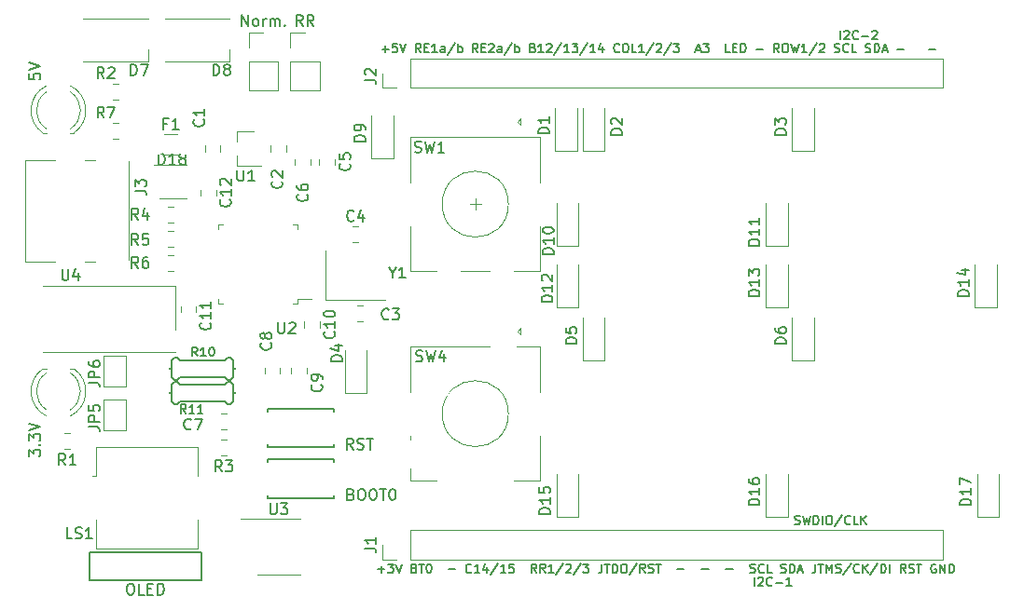
<source format=gto>
G04 #@! TF.GenerationSoftware,KiCad,Pcbnew,(5.1.6-0-10_14)*
G04 #@! TF.CreationDate,2020-10-25T15:01:43+09:00*
G04 #@! TF.ProjectId,meishi_stm32,6d656973-6869-45f7-9374-6d33322e6b69,rev?*
G04 #@! TF.SameCoordinates,Original*
G04 #@! TF.FileFunction,Legend,Top*
G04 #@! TF.FilePolarity,Positive*
%FSLAX46Y46*%
G04 Gerber Fmt 4.6, Leading zero omitted, Abs format (unit mm)*
G04 Created by KiCad (PCBNEW (5.1.6-0-10_14)) date 2020-10-25 15:01:43*
%MOMM*%
%LPD*%
G01*
G04 APERTURE LIST*
%ADD10C,0.120000*%
%ADD11C,0.150000*%
%ADD12C,0.100000*%
%ADD13R,1.802000X1.802000*%
%ADD14O,1.802000X1.802000*%
%ADD15R,2.102000X2.102000*%
%ADD16C,2.102000*%
%ADD17R,2.102000X3.302000*%
%ADD18C,2.302000*%
%ADD19R,1.302000X1.002000*%
%ADD20R,1.702000X0.952000*%
%ADD21R,1.502000X1.302000*%
%ADD22R,1.502000X1.102000*%
%ADD23C,0.802000*%
%ADD24O,2.502000X1.002000*%
%ADD25O,1.802000X1.002000*%
%ADD26R,1.602000X1.102000*%
%ADD27R,1.902000X1.902000*%
%ADD28C,1.902000*%
%ADD29R,1.402000X3.502000*%
%ADD30C,1.499000*%
%ADD31C,1.852000*%
%ADD32C,3.102000*%
%ADD33C,4.089800*%
%ADD34R,1.002000X0.902000*%
%ADD35R,2.202000X1.902000*%
%ADD36C,1.302000*%
%ADD37O,2.302000X1.402000*%
%ADD38C,3.502000*%
%ADD39C,1.102000*%
%ADD40C,1.702000*%
%ADD41R,1.602000X1.302000*%
G04 APERTURE END LIST*
D10*
X61773390Y-33477010D02*
X61773390Y-32147010D01*
X63103390Y-33477010D02*
X61773390Y-33477010D01*
X64373390Y-33477010D02*
X64373390Y-30817010D01*
X64373390Y-30817010D02*
X112693390Y-30817010D01*
X64373390Y-33477010D02*
X112693390Y-33477010D01*
X112693390Y-33477010D02*
X112693390Y-30817010D01*
X70250000Y-43550000D02*
X70250000Y-44550000D01*
X70750000Y-44050000D02*
X69750000Y-44050000D01*
X66750000Y-50150000D02*
X64350000Y-50150000D01*
X71550000Y-50150000D02*
X68950000Y-50150000D01*
X76150000Y-50150000D02*
X73750000Y-50150000D01*
X74350000Y-36850000D02*
X74050000Y-36550000D01*
X74350000Y-36250000D02*
X74350000Y-36850000D01*
X74050000Y-36550000D02*
X74350000Y-36250000D01*
X76150000Y-37950000D02*
X64350000Y-37950000D01*
X76150000Y-42050000D02*
X76150000Y-37950000D01*
X64350000Y-42050000D02*
X64350000Y-37950000D01*
X64350000Y-50150000D02*
X64350000Y-46050000D01*
X76150000Y-46050000D02*
X76150000Y-50150000D01*
X73250000Y-44050000D02*
G75*
G03*
X73250000Y-44050000I-3000000J0D01*
G01*
X47110000Y-38738748D02*
X47110000Y-39261252D01*
X45690000Y-38738748D02*
X45690000Y-39261252D01*
X51690000Y-38738748D02*
X51690000Y-39261252D01*
X53110000Y-38738748D02*
X53110000Y-39261252D01*
X59488748Y-54710000D02*
X60011252Y-54710000D01*
X59488748Y-53290000D02*
X60011252Y-53290000D01*
X59113748Y-46090000D02*
X59636252Y-46090000D01*
X59113748Y-47510000D02*
X59636252Y-47510000D01*
X57510000Y-39938748D02*
X57510000Y-40461252D01*
X56090000Y-39938748D02*
X56090000Y-40461252D01*
X53890000Y-39938748D02*
X53890000Y-40461252D01*
X55310000Y-39938748D02*
X55310000Y-40461252D01*
X47138748Y-64510000D02*
X47661252Y-64510000D01*
X47138748Y-63090000D02*
X47661252Y-63090000D01*
X52519370Y-58938748D02*
X52519370Y-59461252D01*
X51099370Y-58938748D02*
X51099370Y-59461252D01*
X53499370Y-58938748D02*
X53499370Y-59461252D01*
X54919370Y-58938748D02*
X54919370Y-59461252D01*
X56110000Y-54738748D02*
X56110000Y-55261252D01*
X54690000Y-54738748D02*
X54690000Y-55261252D01*
X44910000Y-53861252D02*
X44910000Y-53338748D01*
X43490000Y-53861252D02*
X43490000Y-53338748D01*
X77500000Y-39250000D02*
X77500000Y-35350000D01*
X79500000Y-39250000D02*
X79500000Y-35350000D01*
X77500000Y-39250000D02*
X79500000Y-39250000D01*
X80000000Y-39250000D02*
X80000000Y-35350000D01*
X82000000Y-39250000D02*
X82000000Y-35350000D01*
X80000000Y-39250000D02*
X82000000Y-39250000D01*
X99000000Y-39250000D02*
X99000000Y-35350000D01*
X101000000Y-39250000D02*
X101000000Y-35350000D01*
X99000000Y-39250000D02*
X101000000Y-39250000D01*
X58400000Y-61250000D02*
X60400000Y-61250000D01*
X60400000Y-61250000D02*
X60400000Y-57350000D01*
X58400000Y-61250000D02*
X58400000Y-57350000D01*
X80000000Y-58250000D02*
X82000000Y-58250000D01*
X82000000Y-58250000D02*
X82000000Y-54350000D01*
X80000000Y-58250000D02*
X80000000Y-54350000D01*
X99000000Y-58250000D02*
X101000000Y-58250000D01*
X101000000Y-58250000D02*
X101000000Y-54350000D01*
X99000000Y-58250000D02*
X99000000Y-54350000D01*
X34650000Y-27150000D02*
X40550000Y-27150000D01*
X34650000Y-31050000D02*
X40550000Y-31050000D01*
X40550000Y-31050000D02*
X40550000Y-29975000D01*
X47950000Y-31050000D02*
X47950000Y-29975000D01*
X42050000Y-31050000D02*
X47950000Y-31050000D01*
X42050000Y-27150000D02*
X47950000Y-27150000D01*
X60800000Y-39850000D02*
X62800000Y-39850000D01*
X62800000Y-39850000D02*
X62800000Y-35950000D01*
X60800000Y-39850000D02*
X60800000Y-35950000D01*
X77600000Y-47850000D02*
X79600000Y-47850000D01*
X79600000Y-47850000D02*
X79600000Y-43950000D01*
X77600000Y-47850000D02*
X77600000Y-43950000D01*
X96600000Y-47850000D02*
X96600000Y-43950000D01*
X98600000Y-47850000D02*
X98600000Y-43950000D01*
X96600000Y-47850000D02*
X98600000Y-47850000D01*
X77600000Y-53450000D02*
X77600000Y-49550000D01*
X79600000Y-53450000D02*
X79600000Y-49550000D01*
X77600000Y-53450000D02*
X79600000Y-53450000D01*
X96600000Y-53450000D02*
X98600000Y-53450000D01*
X98600000Y-53450000D02*
X98600000Y-49550000D01*
X96600000Y-53450000D02*
X96600000Y-49550000D01*
X115600000Y-53450000D02*
X115600000Y-49550000D01*
X117600000Y-53450000D02*
X117600000Y-49550000D01*
X115600000Y-53450000D02*
X117600000Y-53450000D01*
X77600000Y-72450000D02*
X77600000Y-68550000D01*
X79600000Y-72450000D02*
X79600000Y-68550000D01*
X77600000Y-72450000D02*
X79600000Y-72450000D01*
X96600000Y-72450000D02*
X96600000Y-68550000D01*
X98600000Y-72450000D02*
X98600000Y-68550000D01*
X96600000Y-72450000D02*
X98600000Y-72450000D01*
X115800000Y-72450000D02*
X117800000Y-72450000D01*
X117800000Y-72450000D02*
X117800000Y-68550000D01*
X115800000Y-72450000D02*
X115800000Y-68550000D01*
X44000000Y-40450000D02*
X41050000Y-40450000D01*
X41600000Y-43550000D02*
X44000000Y-43550000D01*
X43202064Y-37690000D02*
X41997936Y-37690000D01*
X43202064Y-39510000D02*
X41997936Y-39510000D01*
X29370160Y-40052050D02*
X29370160Y-49242050D01*
X38780160Y-40172050D02*
X38780160Y-49122050D01*
X32100160Y-49242050D02*
X29370160Y-49242050D01*
X32100160Y-40052050D02*
X29370160Y-40052050D01*
X35700160Y-49242050D02*
X34800160Y-49242050D01*
X35700160Y-40052050D02*
X34800160Y-40052050D01*
X49670000Y-28470000D02*
X51000000Y-28470000D01*
X49670000Y-29800000D02*
X49670000Y-28470000D01*
X49670000Y-31070000D02*
X52330000Y-31070000D01*
X52330000Y-31070000D02*
X52330000Y-33670000D01*
X49670000Y-31070000D02*
X49670000Y-33670000D01*
X49670000Y-33670000D02*
X52330000Y-33670000D01*
X53438980Y-33670000D02*
X56098980Y-33670000D01*
X53438980Y-31070000D02*
X53438980Y-33670000D01*
X56098980Y-31070000D02*
X56098980Y-33670000D01*
X53438980Y-31070000D02*
X56098980Y-31070000D01*
X53438980Y-29800000D02*
X53438980Y-28470000D01*
X53438980Y-28470000D02*
X54768980Y-28470000D01*
X38500000Y-64650000D02*
X36500000Y-64650000D01*
X38500000Y-61850000D02*
X38500000Y-64650000D01*
X36500000Y-61850000D02*
X38500000Y-61850000D01*
X36500000Y-64650000D02*
X36500000Y-61850000D01*
X36500000Y-60650000D02*
X36500000Y-57850000D01*
X36500000Y-57850000D02*
X38500000Y-57850000D01*
X38500000Y-57850000D02*
X38500000Y-60650000D01*
X38500000Y-60650000D02*
X36500000Y-60650000D01*
X33480000Y-37590000D02*
X33799000Y-37590000D01*
X31001000Y-37590000D02*
X31320000Y-37590000D01*
X31319276Y-33286758D02*
G75*
G03*
X31001251Y-37590000I1080724J-2243242D01*
G01*
X33480724Y-33286758D02*
G75*
G02*
X33798749Y-37590000I-1080724J-2243242D01*
G01*
X31319039Y-33847287D02*
G75*
G03*
X31320000Y-37213330I1080961J-1682713D01*
G01*
X33480961Y-33847287D02*
G75*
G02*
X33480000Y-37213330I-1080961J-1682713D01*
G01*
X33799000Y-59010000D02*
X33480000Y-59010000D01*
X31320000Y-59010000D02*
X31001000Y-59010000D01*
X31319039Y-62752713D02*
G75*
G02*
X31320000Y-59386670I1080961J1682713D01*
G01*
X33480961Y-62752713D02*
G75*
G03*
X33480000Y-59386670I-1080961J1682713D01*
G01*
X31319276Y-63313242D02*
G75*
G02*
X31001251Y-59010000I1080724J2243242D01*
G01*
X33480724Y-63313242D02*
G75*
G03*
X33798749Y-59010000I-1080724J2243242D01*
G01*
X35840000Y-68790000D02*
X35840000Y-66140000D01*
X35840000Y-66140000D02*
X45060000Y-66140000D01*
X45060000Y-66140000D02*
X45060000Y-68790000D01*
X45060000Y-72710000D02*
X45060000Y-75360000D01*
X45060000Y-75360000D02*
X35840000Y-75360000D01*
X35840000Y-75360000D02*
X35840000Y-72710000D01*
X35840000Y-68790000D02*
X35510000Y-68790000D01*
D11*
X35230000Y-78270000D02*
X35230000Y-75730000D01*
X45390000Y-75730000D02*
X45390000Y-78270000D01*
X35230000Y-75730000D02*
X45390000Y-75730000D01*
X35230000Y-78270000D02*
X45390000Y-78270000D01*
D10*
X32938748Y-66310000D02*
X33461252Y-66310000D01*
X32938748Y-64890000D02*
X33461252Y-64890000D01*
X37338748Y-34510000D02*
X37861252Y-34510000D01*
X37338748Y-33090000D02*
X37861252Y-33090000D01*
X47138748Y-65490000D02*
X47661252Y-65490000D01*
X47138748Y-66910000D02*
X47661252Y-66910000D01*
X42861252Y-44290000D02*
X42338748Y-44290000D01*
X42861252Y-45710000D02*
X42338748Y-45710000D01*
X42861252Y-47910000D02*
X42338748Y-47910000D01*
X42861252Y-46490000D02*
X42338748Y-46490000D01*
X42861252Y-50110000D02*
X42338748Y-50110000D01*
X42861252Y-48690000D02*
X42338748Y-48690000D01*
X37338748Y-38110000D02*
X37861252Y-38110000D01*
X37338748Y-36690000D02*
X37861252Y-36690000D01*
X73250000Y-63100000D02*
G75*
G03*
X73250000Y-63100000I-3000000J0D01*
G01*
X76150000Y-65100000D02*
X76150000Y-69200000D01*
X64350000Y-69200000D02*
X64350000Y-65100000D01*
X64350000Y-61100000D02*
X64350000Y-57000000D01*
X76150000Y-61100000D02*
X76150000Y-57000000D01*
X76150000Y-57000000D02*
X64350000Y-57000000D01*
X74050000Y-55600000D02*
X74350000Y-55300000D01*
X74350000Y-55300000D02*
X74350000Y-55900000D01*
X74350000Y-55900000D02*
X74050000Y-55600000D01*
X76150000Y-69200000D02*
X73750000Y-69200000D01*
X71550000Y-69200000D02*
X68950000Y-69200000D01*
X66750000Y-69200000D02*
X64350000Y-69200000D01*
X70750000Y-63100000D02*
X69750000Y-63100000D01*
X70250000Y-62600000D02*
X70250000Y-63600000D01*
D11*
X57400000Y-67250000D02*
X51400000Y-67250000D01*
X51400000Y-67250000D02*
X51400000Y-67500000D01*
X57400000Y-67250000D02*
X57400000Y-67500000D01*
X57400000Y-70750000D02*
X57400000Y-70500000D01*
X57400000Y-70750000D02*
X51400000Y-70750000D01*
X51400000Y-70750000D02*
X51400000Y-70500000D01*
X57400000Y-62650000D02*
X57400000Y-62900000D01*
X51400000Y-62650000D02*
X57400000Y-62650000D01*
X51400000Y-62650000D02*
X51400000Y-62900000D01*
X51400000Y-66150000D02*
X51400000Y-65900000D01*
X57400000Y-66150000D02*
X57400000Y-65900000D01*
X51400000Y-66150000D02*
X57400000Y-66150000D01*
D10*
X48640000Y-37420000D02*
X50100000Y-37420000D01*
X48640000Y-40580000D02*
X50800000Y-40580000D01*
X48640000Y-40580000D02*
X48640000Y-39650000D01*
X48640000Y-37420000D02*
X48640000Y-38350000D01*
X54110000Y-52660000D02*
X55400000Y-52660000D01*
X54110000Y-53110000D02*
X54110000Y-52660000D01*
X53660000Y-53110000D02*
X54110000Y-53110000D01*
X46890000Y-53110000D02*
X46890000Y-52660000D01*
X47340000Y-53110000D02*
X46890000Y-53110000D01*
X54110000Y-45890000D02*
X54110000Y-46340000D01*
X53660000Y-45890000D02*
X54110000Y-45890000D01*
X46890000Y-45890000D02*
X46890000Y-46340000D01*
X47340000Y-45890000D02*
X46890000Y-45890000D01*
X52400000Y-72640000D02*
X48950000Y-72640000D01*
X52400000Y-72640000D02*
X54350000Y-72640000D01*
X52400000Y-77760000D02*
X50450000Y-77760000D01*
X52400000Y-77760000D02*
X54350000Y-77760000D01*
X56650000Y-52750000D02*
X62050000Y-52750000D01*
X56650000Y-48250000D02*
X56650000Y-52750000D01*
D12*
X43000000Y-51500000D02*
X43000000Y-55500000D01*
X31000000Y-51500000D02*
X43000000Y-51500000D01*
X31000000Y-57500000D02*
X43000000Y-57500000D01*
D10*
X112693390Y-76339690D02*
X112693390Y-73679690D01*
X64373390Y-76339690D02*
X112693390Y-76339690D01*
X64373390Y-73679690D02*
X112693390Y-73679690D01*
X64373390Y-76339690D02*
X64373390Y-73679690D01*
X63103390Y-76339690D02*
X61773390Y-76339690D01*
X61773390Y-76339690D02*
X61773390Y-75009690D01*
X45290000Y-43261252D02*
X45290000Y-42738748D01*
X46710000Y-43261252D02*
X46710000Y-42738748D01*
D11*
X48294000Y-59762000D02*
X48040000Y-60016000D01*
X48040000Y-60016000D02*
X47786000Y-60016000D01*
X47786000Y-60016000D02*
X47532000Y-59762000D01*
X47532000Y-59762000D02*
X43468000Y-59762000D01*
X43468000Y-59762000D02*
X43214000Y-60016000D01*
X43214000Y-60016000D02*
X42960000Y-60016000D01*
X42960000Y-60016000D02*
X42706000Y-59762000D01*
X42706000Y-59762000D02*
X42706000Y-58238000D01*
X42706000Y-58238000D02*
X42960000Y-57984000D01*
X42960000Y-57984000D02*
X43214000Y-57984000D01*
X43214000Y-57984000D02*
X43468000Y-58238000D01*
X43468000Y-58238000D02*
X47532000Y-58238000D01*
X47532000Y-58238000D02*
X47786000Y-57984000D01*
X47786000Y-57984000D02*
X48040000Y-57984000D01*
X48040000Y-57984000D02*
X48294000Y-58238000D01*
X48294000Y-58238000D02*
X48294000Y-59762000D01*
X48802000Y-59000000D02*
X48294000Y-59000000D01*
X42706000Y-59000000D02*
X42198000Y-59000000D01*
X42706000Y-61250000D02*
X42198000Y-61250000D01*
X48802000Y-61250000D02*
X48294000Y-61250000D01*
X48294000Y-60488000D02*
X48294000Y-62012000D01*
X48040000Y-60234000D02*
X48294000Y-60488000D01*
X47786000Y-60234000D02*
X48040000Y-60234000D01*
X47532000Y-60488000D02*
X47786000Y-60234000D01*
X43468000Y-60488000D02*
X47532000Y-60488000D01*
X43214000Y-60234000D02*
X43468000Y-60488000D01*
X42960000Y-60234000D02*
X43214000Y-60234000D01*
X42706000Y-60488000D02*
X42960000Y-60234000D01*
X42706000Y-62012000D02*
X42706000Y-60488000D01*
X42960000Y-62266000D02*
X42706000Y-62012000D01*
X43214000Y-62266000D02*
X42960000Y-62266000D01*
X43468000Y-62012000D02*
X43214000Y-62266000D01*
X47532000Y-62012000D02*
X43468000Y-62012000D01*
X47786000Y-62266000D02*
X47532000Y-62012000D01*
X48040000Y-62266000D02*
X47786000Y-62266000D01*
X48294000Y-62012000D02*
X48040000Y-62266000D01*
X60225770Y-32733333D02*
X60940056Y-32733333D01*
X61082913Y-32780952D01*
X61178151Y-32876190D01*
X61225770Y-33019047D01*
X61225770Y-33114285D01*
X60321009Y-32304761D02*
X60273390Y-32257142D01*
X60225770Y-32161904D01*
X60225770Y-31923809D01*
X60273390Y-31828571D01*
X60321009Y-31780952D01*
X60416247Y-31733333D01*
X60511485Y-31733333D01*
X60654342Y-31780952D01*
X61225770Y-32352380D01*
X61225770Y-31733333D01*
X61787976Y-29957142D02*
X62397500Y-29957142D01*
X62092738Y-30261904D02*
X62092738Y-29652380D01*
X63159404Y-29461904D02*
X62778452Y-29461904D01*
X62740357Y-29842857D01*
X62778452Y-29804761D01*
X62854642Y-29766666D01*
X63045119Y-29766666D01*
X63121309Y-29804761D01*
X63159404Y-29842857D01*
X63197500Y-29919047D01*
X63197500Y-30109523D01*
X63159404Y-30185714D01*
X63121309Y-30223809D01*
X63045119Y-30261904D01*
X62854642Y-30261904D01*
X62778452Y-30223809D01*
X62740357Y-30185714D01*
X63426071Y-29461904D02*
X63692738Y-30261904D01*
X63959404Y-29461904D01*
X65292738Y-30261904D02*
X65026071Y-29880952D01*
X64835595Y-30261904D02*
X64835595Y-29461904D01*
X65140357Y-29461904D01*
X65216547Y-29500000D01*
X65254642Y-29538095D01*
X65292738Y-29614285D01*
X65292738Y-29728571D01*
X65254642Y-29804761D01*
X65216547Y-29842857D01*
X65140357Y-29880952D01*
X64835595Y-29880952D01*
X65635595Y-29842857D02*
X65902261Y-29842857D01*
X66016547Y-30261904D02*
X65635595Y-30261904D01*
X65635595Y-29461904D01*
X66016547Y-29461904D01*
X66778452Y-30261904D02*
X66321309Y-30261904D01*
X66549880Y-30261904D02*
X66549880Y-29461904D01*
X66473690Y-29576190D01*
X66397500Y-29652380D01*
X66321309Y-29690476D01*
X67464166Y-30261904D02*
X67464166Y-29842857D01*
X67426071Y-29766666D01*
X67349880Y-29728571D01*
X67197500Y-29728571D01*
X67121309Y-29766666D01*
X67464166Y-30223809D02*
X67387976Y-30261904D01*
X67197500Y-30261904D01*
X67121309Y-30223809D01*
X67083214Y-30147619D01*
X67083214Y-30071428D01*
X67121309Y-29995238D01*
X67197500Y-29957142D01*
X67387976Y-29957142D01*
X67464166Y-29919047D01*
X68416547Y-29423809D02*
X67730833Y-30452380D01*
X68683214Y-30261904D02*
X68683214Y-29461904D01*
X68683214Y-29766666D02*
X68759404Y-29728571D01*
X68911785Y-29728571D01*
X68987976Y-29766666D01*
X69026071Y-29804761D01*
X69064166Y-29880952D01*
X69064166Y-30109523D01*
X69026071Y-30185714D01*
X68987976Y-30223809D01*
X68911785Y-30261904D01*
X68759404Y-30261904D01*
X68683214Y-30223809D01*
X70473690Y-30261904D02*
X70207023Y-29880952D01*
X70016547Y-30261904D02*
X70016547Y-29461904D01*
X70321309Y-29461904D01*
X70397500Y-29500000D01*
X70435595Y-29538095D01*
X70473690Y-29614285D01*
X70473690Y-29728571D01*
X70435595Y-29804761D01*
X70397500Y-29842857D01*
X70321309Y-29880952D01*
X70016547Y-29880952D01*
X70816547Y-29842857D02*
X71083214Y-29842857D01*
X71197500Y-30261904D02*
X70816547Y-30261904D01*
X70816547Y-29461904D01*
X71197500Y-29461904D01*
X71502261Y-29538095D02*
X71540357Y-29500000D01*
X71616547Y-29461904D01*
X71807023Y-29461904D01*
X71883214Y-29500000D01*
X71921309Y-29538095D01*
X71959404Y-29614285D01*
X71959404Y-29690476D01*
X71921309Y-29804761D01*
X71464166Y-30261904D01*
X71959404Y-30261904D01*
X72645119Y-30261904D02*
X72645119Y-29842857D01*
X72607023Y-29766666D01*
X72530833Y-29728571D01*
X72378452Y-29728571D01*
X72302261Y-29766666D01*
X72645119Y-30223809D02*
X72568928Y-30261904D01*
X72378452Y-30261904D01*
X72302261Y-30223809D01*
X72264166Y-30147619D01*
X72264166Y-30071428D01*
X72302261Y-29995238D01*
X72378452Y-29957142D01*
X72568928Y-29957142D01*
X72645119Y-29919047D01*
X73597500Y-29423809D02*
X72911785Y-30452380D01*
X73864166Y-30261904D02*
X73864166Y-29461904D01*
X73864166Y-29766666D02*
X73940357Y-29728571D01*
X74092738Y-29728571D01*
X74168928Y-29766666D01*
X74207023Y-29804761D01*
X74245119Y-29880952D01*
X74245119Y-30109523D01*
X74207023Y-30185714D01*
X74168928Y-30223809D01*
X74092738Y-30261904D01*
X73940357Y-30261904D01*
X73864166Y-30223809D01*
X75464166Y-29842857D02*
X75578452Y-29880952D01*
X75616547Y-29919047D01*
X75654642Y-29995238D01*
X75654642Y-30109523D01*
X75616547Y-30185714D01*
X75578452Y-30223809D01*
X75502261Y-30261904D01*
X75197500Y-30261904D01*
X75197500Y-29461904D01*
X75464166Y-29461904D01*
X75540357Y-29500000D01*
X75578452Y-29538095D01*
X75616547Y-29614285D01*
X75616547Y-29690476D01*
X75578452Y-29766666D01*
X75540357Y-29804761D01*
X75464166Y-29842857D01*
X75197500Y-29842857D01*
X76416547Y-30261904D02*
X75959404Y-30261904D01*
X76187976Y-30261904D02*
X76187976Y-29461904D01*
X76111785Y-29576190D01*
X76035595Y-29652380D01*
X75959404Y-29690476D01*
X76721309Y-29538095D02*
X76759404Y-29500000D01*
X76835595Y-29461904D01*
X77026071Y-29461904D01*
X77102261Y-29500000D01*
X77140357Y-29538095D01*
X77178452Y-29614285D01*
X77178452Y-29690476D01*
X77140357Y-29804761D01*
X76683214Y-30261904D01*
X77178452Y-30261904D01*
X78092738Y-29423809D02*
X77407023Y-30452380D01*
X78778452Y-30261904D02*
X78321309Y-30261904D01*
X78549880Y-30261904D02*
X78549880Y-29461904D01*
X78473690Y-29576190D01*
X78397500Y-29652380D01*
X78321309Y-29690476D01*
X79045119Y-29461904D02*
X79540357Y-29461904D01*
X79273690Y-29766666D01*
X79387976Y-29766666D01*
X79464166Y-29804761D01*
X79502261Y-29842857D01*
X79540357Y-29919047D01*
X79540357Y-30109523D01*
X79502261Y-30185714D01*
X79464166Y-30223809D01*
X79387976Y-30261904D01*
X79159404Y-30261904D01*
X79083214Y-30223809D01*
X79045119Y-30185714D01*
X80454642Y-29423809D02*
X79768928Y-30452380D01*
X81140357Y-30261904D02*
X80683214Y-30261904D01*
X80911785Y-30261904D02*
X80911785Y-29461904D01*
X80835595Y-29576190D01*
X80759404Y-29652380D01*
X80683214Y-29690476D01*
X81826071Y-29728571D02*
X81826071Y-30261904D01*
X81635595Y-29423809D02*
X81445119Y-29995238D01*
X81940357Y-29995238D01*
X83311785Y-30185714D02*
X83273690Y-30223809D01*
X83159404Y-30261904D01*
X83083214Y-30261904D01*
X82968928Y-30223809D01*
X82892738Y-30147619D01*
X82854642Y-30071428D01*
X82816547Y-29919047D01*
X82816547Y-29804761D01*
X82854642Y-29652380D01*
X82892738Y-29576190D01*
X82968928Y-29500000D01*
X83083214Y-29461904D01*
X83159404Y-29461904D01*
X83273690Y-29500000D01*
X83311785Y-29538095D01*
X83807023Y-29461904D02*
X83959404Y-29461904D01*
X84035595Y-29500000D01*
X84111785Y-29576190D01*
X84149880Y-29728571D01*
X84149880Y-29995238D01*
X84111785Y-30147619D01*
X84035595Y-30223809D01*
X83959404Y-30261904D01*
X83807023Y-30261904D01*
X83730833Y-30223809D01*
X83654642Y-30147619D01*
X83616547Y-29995238D01*
X83616547Y-29728571D01*
X83654642Y-29576190D01*
X83730833Y-29500000D01*
X83807023Y-29461904D01*
X84873690Y-30261904D02*
X84492738Y-30261904D01*
X84492738Y-29461904D01*
X85559404Y-30261904D02*
X85102261Y-30261904D01*
X85330833Y-30261904D02*
X85330833Y-29461904D01*
X85254642Y-29576190D01*
X85178452Y-29652380D01*
X85102261Y-29690476D01*
X86473690Y-29423809D02*
X85787976Y-30452380D01*
X86702261Y-29538095D02*
X86740357Y-29500000D01*
X86816547Y-29461904D01*
X87007023Y-29461904D01*
X87083214Y-29500000D01*
X87121309Y-29538095D01*
X87159404Y-29614285D01*
X87159404Y-29690476D01*
X87121309Y-29804761D01*
X86664166Y-30261904D01*
X87159404Y-30261904D01*
X88073690Y-29423809D02*
X87387976Y-30452380D01*
X88264166Y-29461904D02*
X88759404Y-29461904D01*
X88492738Y-29766666D01*
X88607023Y-29766666D01*
X88683214Y-29804761D01*
X88721309Y-29842857D01*
X88759404Y-29919047D01*
X88759404Y-30109523D01*
X88721309Y-30185714D01*
X88683214Y-30223809D01*
X88607023Y-30261904D01*
X88378452Y-30261904D01*
X88302261Y-30223809D01*
X88264166Y-30185714D01*
X90283214Y-30033333D02*
X90664166Y-30033333D01*
X90207023Y-30261904D02*
X90473690Y-29461904D01*
X90740357Y-30261904D01*
X90930833Y-29461904D02*
X91426071Y-29461904D01*
X91159404Y-29766666D01*
X91273690Y-29766666D01*
X91349880Y-29804761D01*
X91387976Y-29842857D01*
X91426071Y-29919047D01*
X91426071Y-30109523D01*
X91387976Y-30185714D01*
X91349880Y-30223809D01*
X91273690Y-30261904D01*
X91045119Y-30261904D01*
X90968928Y-30223809D01*
X90930833Y-30185714D01*
X93368928Y-30261904D02*
X92987976Y-30261904D01*
X92987976Y-29461904D01*
X93635595Y-29842857D02*
X93902261Y-29842857D01*
X94016547Y-30261904D02*
X93635595Y-30261904D01*
X93635595Y-29461904D01*
X94016547Y-29461904D01*
X94359404Y-30261904D02*
X94359404Y-29461904D01*
X94549880Y-29461904D01*
X94664166Y-29500000D01*
X94740357Y-29576190D01*
X94778452Y-29652380D01*
X94816547Y-29804761D01*
X94816547Y-29919047D01*
X94778452Y-30071428D01*
X94740357Y-30147619D01*
X94664166Y-30223809D01*
X94549880Y-30261904D01*
X94359404Y-30261904D01*
X95768928Y-29957142D02*
X96378452Y-29957142D01*
X97826071Y-30261904D02*
X97559404Y-29880952D01*
X97368928Y-30261904D02*
X97368928Y-29461904D01*
X97673690Y-29461904D01*
X97749880Y-29500000D01*
X97787976Y-29538095D01*
X97826071Y-29614285D01*
X97826071Y-29728571D01*
X97787976Y-29804761D01*
X97749880Y-29842857D01*
X97673690Y-29880952D01*
X97368928Y-29880952D01*
X98321309Y-29461904D02*
X98473690Y-29461904D01*
X98549880Y-29500000D01*
X98626071Y-29576190D01*
X98664166Y-29728571D01*
X98664166Y-29995238D01*
X98626071Y-30147619D01*
X98549880Y-30223809D01*
X98473690Y-30261904D01*
X98321309Y-30261904D01*
X98245119Y-30223809D01*
X98168928Y-30147619D01*
X98130833Y-29995238D01*
X98130833Y-29728571D01*
X98168928Y-29576190D01*
X98245119Y-29500000D01*
X98321309Y-29461904D01*
X98930833Y-29461904D02*
X99121309Y-30261904D01*
X99273690Y-29690476D01*
X99426071Y-30261904D01*
X99616547Y-29461904D01*
X100340357Y-30261904D02*
X99883214Y-30261904D01*
X100111785Y-30261904D02*
X100111785Y-29461904D01*
X100035595Y-29576190D01*
X99959404Y-29652380D01*
X99883214Y-29690476D01*
X101254642Y-29423809D02*
X100568928Y-30452380D01*
X101483214Y-29538095D02*
X101521309Y-29500000D01*
X101597500Y-29461904D01*
X101787976Y-29461904D01*
X101864166Y-29500000D01*
X101902261Y-29538095D01*
X101940357Y-29614285D01*
X101940357Y-29690476D01*
X101902261Y-29804761D01*
X101445119Y-30261904D01*
X101940357Y-30261904D01*
X102854642Y-30223809D02*
X102968928Y-30261904D01*
X103159404Y-30261904D01*
X103235595Y-30223809D01*
X103273690Y-30185714D01*
X103311785Y-30109523D01*
X103311785Y-30033333D01*
X103273690Y-29957142D01*
X103235595Y-29919047D01*
X103159404Y-29880952D01*
X103007023Y-29842857D01*
X102930833Y-29804761D01*
X102892738Y-29766666D01*
X102854642Y-29690476D01*
X102854642Y-29614285D01*
X102892738Y-29538095D01*
X102930833Y-29500000D01*
X103007023Y-29461904D01*
X103197500Y-29461904D01*
X103311785Y-29500000D01*
X104111785Y-30185714D02*
X104073690Y-30223809D01*
X103959404Y-30261904D01*
X103883214Y-30261904D01*
X103768928Y-30223809D01*
X103692738Y-30147619D01*
X103654642Y-30071428D01*
X103616547Y-29919047D01*
X103616547Y-29804761D01*
X103654642Y-29652380D01*
X103692738Y-29576190D01*
X103768928Y-29500000D01*
X103883214Y-29461904D01*
X103959404Y-29461904D01*
X104073690Y-29500000D01*
X104111785Y-29538095D01*
X104835595Y-30261904D02*
X104454642Y-30261904D01*
X104454642Y-29461904D01*
X105673690Y-30223809D02*
X105787976Y-30261904D01*
X105978452Y-30261904D01*
X106054642Y-30223809D01*
X106092738Y-30185714D01*
X106130833Y-30109523D01*
X106130833Y-30033333D01*
X106092738Y-29957142D01*
X106054642Y-29919047D01*
X105978452Y-29880952D01*
X105826071Y-29842857D01*
X105749880Y-29804761D01*
X105711785Y-29766666D01*
X105673690Y-29690476D01*
X105673690Y-29614285D01*
X105711785Y-29538095D01*
X105749880Y-29500000D01*
X105826071Y-29461904D01*
X106016547Y-29461904D01*
X106130833Y-29500000D01*
X106473690Y-30261904D02*
X106473690Y-29461904D01*
X106664166Y-29461904D01*
X106778452Y-29500000D01*
X106854642Y-29576190D01*
X106892738Y-29652380D01*
X106930833Y-29804761D01*
X106930833Y-29919047D01*
X106892738Y-30071428D01*
X106854642Y-30147619D01*
X106778452Y-30223809D01*
X106664166Y-30261904D01*
X106473690Y-30261904D01*
X107235595Y-30033333D02*
X107616547Y-30033333D01*
X107159404Y-30261904D02*
X107426071Y-29461904D01*
X107692738Y-30261904D01*
X108568928Y-29957142D02*
X109178452Y-29957142D01*
X111387976Y-29957142D02*
X111997499Y-29957142D01*
X103387976Y-29061904D02*
X103387976Y-28261904D01*
X103730833Y-28338095D02*
X103768928Y-28300000D01*
X103845119Y-28261904D01*
X104035595Y-28261904D01*
X104111785Y-28300000D01*
X104149880Y-28338095D01*
X104187976Y-28414285D01*
X104187976Y-28490476D01*
X104149880Y-28604761D01*
X103692738Y-29061904D01*
X104187976Y-29061904D01*
X104987976Y-28985714D02*
X104949880Y-29023809D01*
X104835595Y-29061904D01*
X104759404Y-29061904D01*
X104645119Y-29023809D01*
X104568928Y-28947619D01*
X104530833Y-28871428D01*
X104492738Y-28719047D01*
X104492738Y-28604761D01*
X104530833Y-28452380D01*
X104568928Y-28376190D01*
X104645119Y-28300000D01*
X104759404Y-28261904D01*
X104835595Y-28261904D01*
X104949880Y-28300000D01*
X104987976Y-28338095D01*
X105330833Y-28757142D02*
X105940357Y-28757142D01*
X106283214Y-28338095D02*
X106321309Y-28300000D01*
X106397500Y-28261904D01*
X106587976Y-28261904D01*
X106664166Y-28300000D01*
X106702261Y-28338095D01*
X106740357Y-28414285D01*
X106740357Y-28490476D01*
X106702261Y-28604761D01*
X106245119Y-29061904D01*
X106740357Y-29061904D01*
X64766666Y-39304761D02*
X64909523Y-39352380D01*
X65147619Y-39352380D01*
X65242857Y-39304761D01*
X65290476Y-39257142D01*
X65338095Y-39161904D01*
X65338095Y-39066666D01*
X65290476Y-38971428D01*
X65242857Y-38923809D01*
X65147619Y-38876190D01*
X64957142Y-38828571D01*
X64861904Y-38780952D01*
X64814285Y-38733333D01*
X64766666Y-38638095D01*
X64766666Y-38542857D01*
X64814285Y-38447619D01*
X64861904Y-38400000D01*
X64957142Y-38352380D01*
X65195238Y-38352380D01*
X65338095Y-38400000D01*
X65671428Y-38352380D02*
X65909523Y-39352380D01*
X66100000Y-38638095D01*
X66290476Y-39352380D01*
X66528571Y-38352380D01*
X67433333Y-39352380D02*
X66861904Y-39352380D01*
X67147619Y-39352380D02*
X67147619Y-38352380D01*
X67052380Y-38495238D01*
X66957142Y-38590476D01*
X66861904Y-38638095D01*
X45557142Y-36366666D02*
X45604761Y-36414285D01*
X45652380Y-36557142D01*
X45652380Y-36652380D01*
X45604761Y-36795238D01*
X45509523Y-36890476D01*
X45414285Y-36938095D01*
X45223809Y-36985714D01*
X45080952Y-36985714D01*
X44890476Y-36938095D01*
X44795238Y-36890476D01*
X44700000Y-36795238D01*
X44652380Y-36652380D01*
X44652380Y-36557142D01*
X44700000Y-36414285D01*
X44747619Y-36366666D01*
X45652380Y-35414285D02*
X45652380Y-35985714D01*
X45652380Y-35700000D02*
X44652380Y-35700000D01*
X44795238Y-35795238D01*
X44890476Y-35890476D01*
X44938095Y-35985714D01*
X52657142Y-41966666D02*
X52704761Y-42014285D01*
X52752380Y-42157142D01*
X52752380Y-42252380D01*
X52704761Y-42395238D01*
X52609523Y-42490476D01*
X52514285Y-42538095D01*
X52323809Y-42585714D01*
X52180952Y-42585714D01*
X51990476Y-42538095D01*
X51895238Y-42490476D01*
X51800000Y-42395238D01*
X51752380Y-42252380D01*
X51752380Y-42157142D01*
X51800000Y-42014285D01*
X51847619Y-41966666D01*
X51847619Y-41585714D02*
X51800000Y-41538095D01*
X51752380Y-41442857D01*
X51752380Y-41204761D01*
X51800000Y-41109523D01*
X51847619Y-41061904D01*
X51942857Y-41014285D01*
X52038095Y-41014285D01*
X52180952Y-41061904D01*
X52752380Y-41633333D01*
X52752380Y-41014285D01*
X62383333Y-54457142D02*
X62335714Y-54504761D01*
X62192857Y-54552380D01*
X62097619Y-54552380D01*
X61954761Y-54504761D01*
X61859523Y-54409523D01*
X61811904Y-54314285D01*
X61764285Y-54123809D01*
X61764285Y-53980952D01*
X61811904Y-53790476D01*
X61859523Y-53695238D01*
X61954761Y-53600000D01*
X62097619Y-53552380D01*
X62192857Y-53552380D01*
X62335714Y-53600000D01*
X62383333Y-53647619D01*
X62716666Y-53552380D02*
X63335714Y-53552380D01*
X63002380Y-53933333D01*
X63145238Y-53933333D01*
X63240476Y-53980952D01*
X63288095Y-54028571D01*
X63335714Y-54123809D01*
X63335714Y-54361904D01*
X63288095Y-54457142D01*
X63240476Y-54504761D01*
X63145238Y-54552380D01*
X62859523Y-54552380D01*
X62764285Y-54504761D01*
X62716666Y-54457142D01*
X59208333Y-45507142D02*
X59160714Y-45554761D01*
X59017857Y-45602380D01*
X58922619Y-45602380D01*
X58779761Y-45554761D01*
X58684523Y-45459523D01*
X58636904Y-45364285D01*
X58589285Y-45173809D01*
X58589285Y-45030952D01*
X58636904Y-44840476D01*
X58684523Y-44745238D01*
X58779761Y-44650000D01*
X58922619Y-44602380D01*
X59017857Y-44602380D01*
X59160714Y-44650000D01*
X59208333Y-44697619D01*
X60065476Y-44935714D02*
X60065476Y-45602380D01*
X59827380Y-44554761D02*
X59589285Y-45269047D01*
X60208333Y-45269047D01*
X58807142Y-40366666D02*
X58854761Y-40414285D01*
X58902380Y-40557142D01*
X58902380Y-40652380D01*
X58854761Y-40795238D01*
X58759523Y-40890476D01*
X58664285Y-40938095D01*
X58473809Y-40985714D01*
X58330952Y-40985714D01*
X58140476Y-40938095D01*
X58045238Y-40890476D01*
X57950000Y-40795238D01*
X57902380Y-40652380D01*
X57902380Y-40557142D01*
X57950000Y-40414285D01*
X57997619Y-40366666D01*
X57902380Y-39461904D02*
X57902380Y-39938095D01*
X58378571Y-39985714D01*
X58330952Y-39938095D01*
X58283333Y-39842857D01*
X58283333Y-39604761D01*
X58330952Y-39509523D01*
X58378571Y-39461904D01*
X58473809Y-39414285D01*
X58711904Y-39414285D01*
X58807142Y-39461904D01*
X58854761Y-39509523D01*
X58902380Y-39604761D01*
X58902380Y-39842857D01*
X58854761Y-39938095D01*
X58807142Y-39985714D01*
X54957142Y-43166666D02*
X55004761Y-43214285D01*
X55052380Y-43357142D01*
X55052380Y-43452380D01*
X55004761Y-43595238D01*
X54909523Y-43690476D01*
X54814285Y-43738095D01*
X54623809Y-43785714D01*
X54480952Y-43785714D01*
X54290476Y-43738095D01*
X54195238Y-43690476D01*
X54100000Y-43595238D01*
X54052380Y-43452380D01*
X54052380Y-43357142D01*
X54100000Y-43214285D01*
X54147619Y-43166666D01*
X54052380Y-42309523D02*
X54052380Y-42500000D01*
X54100000Y-42595238D01*
X54147619Y-42642857D01*
X54290476Y-42738095D01*
X54480952Y-42785714D01*
X54861904Y-42785714D01*
X54957142Y-42738095D01*
X55004761Y-42690476D01*
X55052380Y-42595238D01*
X55052380Y-42404761D01*
X55004761Y-42309523D01*
X54957142Y-42261904D01*
X54861904Y-42214285D01*
X54623809Y-42214285D01*
X54528571Y-42261904D01*
X54480952Y-42309523D01*
X54433333Y-42404761D01*
X54433333Y-42595238D01*
X54480952Y-42690476D01*
X54528571Y-42738095D01*
X54623809Y-42785714D01*
X44433333Y-64457142D02*
X44385714Y-64504761D01*
X44242857Y-64552380D01*
X44147619Y-64552380D01*
X44004761Y-64504761D01*
X43909523Y-64409523D01*
X43861904Y-64314285D01*
X43814285Y-64123809D01*
X43814285Y-63980952D01*
X43861904Y-63790476D01*
X43909523Y-63695238D01*
X44004761Y-63600000D01*
X44147619Y-63552380D01*
X44242857Y-63552380D01*
X44385714Y-63600000D01*
X44433333Y-63647619D01*
X44766666Y-63552380D02*
X45433333Y-63552380D01*
X45004761Y-64552380D01*
X51657142Y-56666666D02*
X51704761Y-56714285D01*
X51752380Y-56857142D01*
X51752380Y-56952380D01*
X51704761Y-57095238D01*
X51609523Y-57190476D01*
X51514285Y-57238095D01*
X51323809Y-57285714D01*
X51180952Y-57285714D01*
X50990476Y-57238095D01*
X50895238Y-57190476D01*
X50800000Y-57095238D01*
X50752380Y-56952380D01*
X50752380Y-56857142D01*
X50800000Y-56714285D01*
X50847619Y-56666666D01*
X51180952Y-56095238D02*
X51133333Y-56190476D01*
X51085714Y-56238095D01*
X50990476Y-56285714D01*
X50942857Y-56285714D01*
X50847619Y-56238095D01*
X50800000Y-56190476D01*
X50752380Y-56095238D01*
X50752380Y-55904761D01*
X50800000Y-55809523D01*
X50847619Y-55761904D01*
X50942857Y-55714285D01*
X50990476Y-55714285D01*
X51085714Y-55761904D01*
X51133333Y-55809523D01*
X51180952Y-55904761D01*
X51180952Y-56095238D01*
X51228571Y-56190476D01*
X51276190Y-56238095D01*
X51371428Y-56285714D01*
X51561904Y-56285714D01*
X51657142Y-56238095D01*
X51704761Y-56190476D01*
X51752380Y-56095238D01*
X51752380Y-55904761D01*
X51704761Y-55809523D01*
X51657142Y-55761904D01*
X51561904Y-55714285D01*
X51371428Y-55714285D01*
X51276190Y-55761904D01*
X51228571Y-55809523D01*
X51180952Y-55904761D01*
X56257142Y-60466666D02*
X56304761Y-60514285D01*
X56352380Y-60657142D01*
X56352380Y-60752380D01*
X56304761Y-60895238D01*
X56209523Y-60990476D01*
X56114285Y-61038095D01*
X55923809Y-61085714D01*
X55780952Y-61085714D01*
X55590476Y-61038095D01*
X55495238Y-60990476D01*
X55400000Y-60895238D01*
X55352380Y-60752380D01*
X55352380Y-60657142D01*
X55400000Y-60514285D01*
X55447619Y-60466666D01*
X56352380Y-59990476D02*
X56352380Y-59800000D01*
X56304761Y-59704761D01*
X56257142Y-59657142D01*
X56114285Y-59561904D01*
X55923809Y-59514285D01*
X55542857Y-59514285D01*
X55447619Y-59561904D01*
X55400000Y-59609523D01*
X55352380Y-59704761D01*
X55352380Y-59895238D01*
X55400000Y-59990476D01*
X55447619Y-60038095D01*
X55542857Y-60085714D01*
X55780952Y-60085714D01*
X55876190Y-60038095D01*
X55923809Y-59990476D01*
X55971428Y-59895238D01*
X55971428Y-59704761D01*
X55923809Y-59609523D01*
X55876190Y-59561904D01*
X55780952Y-59514285D01*
X57407142Y-55642857D02*
X57454761Y-55690476D01*
X57502380Y-55833333D01*
X57502380Y-55928571D01*
X57454761Y-56071428D01*
X57359523Y-56166666D01*
X57264285Y-56214285D01*
X57073809Y-56261904D01*
X56930952Y-56261904D01*
X56740476Y-56214285D01*
X56645238Y-56166666D01*
X56550000Y-56071428D01*
X56502380Y-55928571D01*
X56502380Y-55833333D01*
X56550000Y-55690476D01*
X56597619Y-55642857D01*
X57502380Y-54690476D02*
X57502380Y-55261904D01*
X57502380Y-54976190D02*
X56502380Y-54976190D01*
X56645238Y-55071428D01*
X56740476Y-55166666D01*
X56788095Y-55261904D01*
X56502380Y-54071428D02*
X56502380Y-53976190D01*
X56550000Y-53880952D01*
X56597619Y-53833333D01*
X56692857Y-53785714D01*
X56883333Y-53738095D01*
X57121428Y-53738095D01*
X57311904Y-53785714D01*
X57407142Y-53833333D01*
X57454761Y-53880952D01*
X57502380Y-53976190D01*
X57502380Y-54071428D01*
X57454761Y-54166666D01*
X57407142Y-54214285D01*
X57311904Y-54261904D01*
X57121428Y-54309523D01*
X56883333Y-54309523D01*
X56692857Y-54261904D01*
X56597619Y-54214285D01*
X56550000Y-54166666D01*
X56502380Y-54071428D01*
X46157142Y-54842857D02*
X46204761Y-54890476D01*
X46252380Y-55033333D01*
X46252380Y-55128571D01*
X46204761Y-55271428D01*
X46109523Y-55366666D01*
X46014285Y-55414285D01*
X45823809Y-55461904D01*
X45680952Y-55461904D01*
X45490476Y-55414285D01*
X45395238Y-55366666D01*
X45300000Y-55271428D01*
X45252380Y-55128571D01*
X45252380Y-55033333D01*
X45300000Y-54890476D01*
X45347619Y-54842857D01*
X46252380Y-53890476D02*
X46252380Y-54461904D01*
X46252380Y-54176190D02*
X45252380Y-54176190D01*
X45395238Y-54271428D01*
X45490476Y-54366666D01*
X45538095Y-54461904D01*
X46252380Y-52938095D02*
X46252380Y-53509523D01*
X46252380Y-53223809D02*
X45252380Y-53223809D01*
X45395238Y-53319047D01*
X45490476Y-53414285D01*
X45538095Y-53509523D01*
X76952380Y-37638095D02*
X75952380Y-37638095D01*
X75952380Y-37400000D01*
X76000000Y-37257142D01*
X76095238Y-37161904D01*
X76190476Y-37114285D01*
X76380952Y-37066666D01*
X76523809Y-37066666D01*
X76714285Y-37114285D01*
X76809523Y-37161904D01*
X76904761Y-37257142D01*
X76952380Y-37400000D01*
X76952380Y-37638095D01*
X76952380Y-36114285D02*
X76952380Y-36685714D01*
X76952380Y-36400000D02*
X75952380Y-36400000D01*
X76095238Y-36495238D01*
X76190476Y-36590476D01*
X76238095Y-36685714D01*
X83552380Y-37738095D02*
X82552380Y-37738095D01*
X82552380Y-37500000D01*
X82600000Y-37357142D01*
X82695238Y-37261904D01*
X82790476Y-37214285D01*
X82980952Y-37166666D01*
X83123809Y-37166666D01*
X83314285Y-37214285D01*
X83409523Y-37261904D01*
X83504761Y-37357142D01*
X83552380Y-37500000D01*
X83552380Y-37738095D01*
X82647619Y-36785714D02*
X82600000Y-36738095D01*
X82552380Y-36642857D01*
X82552380Y-36404761D01*
X82600000Y-36309523D01*
X82647619Y-36261904D01*
X82742857Y-36214285D01*
X82838095Y-36214285D01*
X82980952Y-36261904D01*
X83552380Y-36833333D01*
X83552380Y-36214285D01*
X98452380Y-37738095D02*
X97452380Y-37738095D01*
X97452380Y-37500000D01*
X97500000Y-37357142D01*
X97595238Y-37261904D01*
X97690476Y-37214285D01*
X97880952Y-37166666D01*
X98023809Y-37166666D01*
X98214285Y-37214285D01*
X98309523Y-37261904D01*
X98404761Y-37357142D01*
X98452380Y-37500000D01*
X98452380Y-37738095D01*
X97452380Y-36833333D02*
X97452380Y-36214285D01*
X97833333Y-36547619D01*
X97833333Y-36404761D01*
X97880952Y-36309523D01*
X97928571Y-36261904D01*
X98023809Y-36214285D01*
X98261904Y-36214285D01*
X98357142Y-36261904D01*
X98404761Y-36309523D01*
X98452380Y-36404761D01*
X98452380Y-36690476D01*
X98404761Y-36785714D01*
X98357142Y-36833333D01*
X58152380Y-58338095D02*
X57152380Y-58338095D01*
X57152380Y-58100000D01*
X57200000Y-57957142D01*
X57295238Y-57861904D01*
X57390476Y-57814285D01*
X57580952Y-57766666D01*
X57723809Y-57766666D01*
X57914285Y-57814285D01*
X58009523Y-57861904D01*
X58104761Y-57957142D01*
X58152380Y-58100000D01*
X58152380Y-58338095D01*
X57485714Y-56909523D02*
X58152380Y-56909523D01*
X57104761Y-57147619D02*
X57819047Y-57385714D01*
X57819047Y-56766666D01*
X79452380Y-56738095D02*
X78452380Y-56738095D01*
X78452380Y-56500000D01*
X78500000Y-56357142D01*
X78595238Y-56261904D01*
X78690476Y-56214285D01*
X78880952Y-56166666D01*
X79023809Y-56166666D01*
X79214285Y-56214285D01*
X79309523Y-56261904D01*
X79404761Y-56357142D01*
X79452380Y-56500000D01*
X79452380Y-56738095D01*
X78452380Y-55261904D02*
X78452380Y-55738095D01*
X78928571Y-55785714D01*
X78880952Y-55738095D01*
X78833333Y-55642857D01*
X78833333Y-55404761D01*
X78880952Y-55309523D01*
X78928571Y-55261904D01*
X79023809Y-55214285D01*
X79261904Y-55214285D01*
X79357142Y-55261904D01*
X79404761Y-55309523D01*
X79452380Y-55404761D01*
X79452380Y-55642857D01*
X79404761Y-55738095D01*
X79357142Y-55785714D01*
X98452380Y-56738095D02*
X97452380Y-56738095D01*
X97452380Y-56500000D01*
X97500000Y-56357142D01*
X97595238Y-56261904D01*
X97690476Y-56214285D01*
X97880952Y-56166666D01*
X98023809Y-56166666D01*
X98214285Y-56214285D01*
X98309523Y-56261904D01*
X98404761Y-56357142D01*
X98452380Y-56500000D01*
X98452380Y-56738095D01*
X97452380Y-55309523D02*
X97452380Y-55500000D01*
X97500000Y-55595238D01*
X97547619Y-55642857D01*
X97690476Y-55738095D01*
X97880952Y-55785714D01*
X98261904Y-55785714D01*
X98357142Y-55738095D01*
X98404761Y-55690476D01*
X98452380Y-55595238D01*
X98452380Y-55404761D01*
X98404761Y-55309523D01*
X98357142Y-55261904D01*
X98261904Y-55214285D01*
X98023809Y-55214285D01*
X97928571Y-55261904D01*
X97880952Y-55309523D01*
X97833333Y-55404761D01*
X97833333Y-55595238D01*
X97880952Y-55690476D01*
X97928571Y-55738095D01*
X98023809Y-55785714D01*
X38961904Y-32352380D02*
X38961904Y-31352380D01*
X39200000Y-31352380D01*
X39342857Y-31400000D01*
X39438095Y-31495238D01*
X39485714Y-31590476D01*
X39533333Y-31780952D01*
X39533333Y-31923809D01*
X39485714Y-32114285D01*
X39438095Y-32209523D01*
X39342857Y-32304761D01*
X39200000Y-32352380D01*
X38961904Y-32352380D01*
X39866666Y-31352380D02*
X40533333Y-31352380D01*
X40104761Y-32352380D01*
X46461904Y-32352380D02*
X46461904Y-31352380D01*
X46700000Y-31352380D01*
X46842857Y-31400000D01*
X46938095Y-31495238D01*
X46985714Y-31590476D01*
X47033333Y-31780952D01*
X47033333Y-31923809D01*
X46985714Y-32114285D01*
X46938095Y-32209523D01*
X46842857Y-32304761D01*
X46700000Y-32352380D01*
X46461904Y-32352380D01*
X47604761Y-31780952D02*
X47509523Y-31733333D01*
X47461904Y-31685714D01*
X47414285Y-31590476D01*
X47414285Y-31542857D01*
X47461904Y-31447619D01*
X47509523Y-31400000D01*
X47604761Y-31352380D01*
X47795238Y-31352380D01*
X47890476Y-31400000D01*
X47938095Y-31447619D01*
X47985714Y-31542857D01*
X47985714Y-31590476D01*
X47938095Y-31685714D01*
X47890476Y-31733333D01*
X47795238Y-31780952D01*
X47604761Y-31780952D01*
X47509523Y-31828571D01*
X47461904Y-31876190D01*
X47414285Y-31971428D01*
X47414285Y-32161904D01*
X47461904Y-32257142D01*
X47509523Y-32304761D01*
X47604761Y-32352380D01*
X47795238Y-32352380D01*
X47890476Y-32304761D01*
X47938095Y-32257142D01*
X47985714Y-32161904D01*
X47985714Y-31971428D01*
X47938095Y-31876190D01*
X47890476Y-31828571D01*
X47795238Y-31780952D01*
X60252380Y-38338095D02*
X59252380Y-38338095D01*
X59252380Y-38100000D01*
X59300000Y-37957142D01*
X59395238Y-37861904D01*
X59490476Y-37814285D01*
X59680952Y-37766666D01*
X59823809Y-37766666D01*
X60014285Y-37814285D01*
X60109523Y-37861904D01*
X60204761Y-37957142D01*
X60252380Y-38100000D01*
X60252380Y-38338095D01*
X60252380Y-37290476D02*
X60252380Y-37100000D01*
X60204761Y-37004761D01*
X60157142Y-36957142D01*
X60014285Y-36861904D01*
X59823809Y-36814285D01*
X59442857Y-36814285D01*
X59347619Y-36861904D01*
X59300000Y-36909523D01*
X59252380Y-37004761D01*
X59252380Y-37195238D01*
X59300000Y-37290476D01*
X59347619Y-37338095D01*
X59442857Y-37385714D01*
X59680952Y-37385714D01*
X59776190Y-37338095D01*
X59823809Y-37290476D01*
X59871428Y-37195238D01*
X59871428Y-37004761D01*
X59823809Y-36909523D01*
X59776190Y-36861904D01*
X59680952Y-36814285D01*
X77352380Y-48614285D02*
X76352380Y-48614285D01*
X76352380Y-48376190D01*
X76400000Y-48233333D01*
X76495238Y-48138095D01*
X76590476Y-48090476D01*
X76780952Y-48042857D01*
X76923809Y-48042857D01*
X77114285Y-48090476D01*
X77209523Y-48138095D01*
X77304761Y-48233333D01*
X77352380Y-48376190D01*
X77352380Y-48614285D01*
X77352380Y-47090476D02*
X77352380Y-47661904D01*
X77352380Y-47376190D02*
X76352380Y-47376190D01*
X76495238Y-47471428D01*
X76590476Y-47566666D01*
X76638095Y-47661904D01*
X76352380Y-46471428D02*
X76352380Y-46376190D01*
X76400000Y-46280952D01*
X76447619Y-46233333D01*
X76542857Y-46185714D01*
X76733333Y-46138095D01*
X76971428Y-46138095D01*
X77161904Y-46185714D01*
X77257142Y-46233333D01*
X77304761Y-46280952D01*
X77352380Y-46376190D01*
X77352380Y-46471428D01*
X77304761Y-46566666D01*
X77257142Y-46614285D01*
X77161904Y-46661904D01*
X76971428Y-46709523D01*
X76733333Y-46709523D01*
X76542857Y-46661904D01*
X76447619Y-46614285D01*
X76400000Y-46566666D01*
X76352380Y-46471428D01*
X96052380Y-47814285D02*
X95052380Y-47814285D01*
X95052380Y-47576190D01*
X95100000Y-47433333D01*
X95195238Y-47338095D01*
X95290476Y-47290476D01*
X95480952Y-47242857D01*
X95623809Y-47242857D01*
X95814285Y-47290476D01*
X95909523Y-47338095D01*
X96004761Y-47433333D01*
X96052380Y-47576190D01*
X96052380Y-47814285D01*
X96052380Y-46290476D02*
X96052380Y-46861904D01*
X96052380Y-46576190D02*
X95052380Y-46576190D01*
X95195238Y-46671428D01*
X95290476Y-46766666D01*
X95338095Y-46861904D01*
X96052380Y-45338095D02*
X96052380Y-45909523D01*
X96052380Y-45623809D02*
X95052380Y-45623809D01*
X95195238Y-45719047D01*
X95290476Y-45814285D01*
X95338095Y-45909523D01*
X77252380Y-52914285D02*
X76252380Y-52914285D01*
X76252380Y-52676190D01*
X76300000Y-52533333D01*
X76395238Y-52438095D01*
X76490476Y-52390476D01*
X76680952Y-52342857D01*
X76823809Y-52342857D01*
X77014285Y-52390476D01*
X77109523Y-52438095D01*
X77204761Y-52533333D01*
X77252380Y-52676190D01*
X77252380Y-52914285D01*
X77252380Y-51390476D02*
X77252380Y-51961904D01*
X77252380Y-51676190D02*
X76252380Y-51676190D01*
X76395238Y-51771428D01*
X76490476Y-51866666D01*
X76538095Y-51961904D01*
X76347619Y-51009523D02*
X76300000Y-50961904D01*
X76252380Y-50866666D01*
X76252380Y-50628571D01*
X76300000Y-50533333D01*
X76347619Y-50485714D01*
X76442857Y-50438095D01*
X76538095Y-50438095D01*
X76680952Y-50485714D01*
X77252380Y-51057142D01*
X77252380Y-50438095D01*
X96052380Y-52414285D02*
X95052380Y-52414285D01*
X95052380Y-52176190D01*
X95100000Y-52033333D01*
X95195238Y-51938095D01*
X95290476Y-51890476D01*
X95480952Y-51842857D01*
X95623809Y-51842857D01*
X95814285Y-51890476D01*
X95909523Y-51938095D01*
X96004761Y-52033333D01*
X96052380Y-52176190D01*
X96052380Y-52414285D01*
X96052380Y-50890476D02*
X96052380Y-51461904D01*
X96052380Y-51176190D02*
X95052380Y-51176190D01*
X95195238Y-51271428D01*
X95290476Y-51366666D01*
X95338095Y-51461904D01*
X95052380Y-50557142D02*
X95052380Y-49938095D01*
X95433333Y-50271428D01*
X95433333Y-50128571D01*
X95480952Y-50033333D01*
X95528571Y-49985714D01*
X95623809Y-49938095D01*
X95861904Y-49938095D01*
X95957142Y-49985714D01*
X96004761Y-50033333D01*
X96052380Y-50128571D01*
X96052380Y-50414285D01*
X96004761Y-50509523D01*
X95957142Y-50557142D01*
X115052380Y-52414285D02*
X114052380Y-52414285D01*
X114052380Y-52176190D01*
X114100000Y-52033333D01*
X114195238Y-51938095D01*
X114290476Y-51890476D01*
X114480952Y-51842857D01*
X114623809Y-51842857D01*
X114814285Y-51890476D01*
X114909523Y-51938095D01*
X115004761Y-52033333D01*
X115052380Y-52176190D01*
X115052380Y-52414285D01*
X115052380Y-50890476D02*
X115052380Y-51461904D01*
X115052380Y-51176190D02*
X114052380Y-51176190D01*
X114195238Y-51271428D01*
X114290476Y-51366666D01*
X114338095Y-51461904D01*
X114385714Y-50033333D02*
X115052380Y-50033333D01*
X114004761Y-50271428D02*
X114719047Y-50509523D01*
X114719047Y-49890476D01*
X77052380Y-72214285D02*
X76052380Y-72214285D01*
X76052380Y-71976190D01*
X76100000Y-71833333D01*
X76195238Y-71738095D01*
X76290476Y-71690476D01*
X76480952Y-71642857D01*
X76623809Y-71642857D01*
X76814285Y-71690476D01*
X76909523Y-71738095D01*
X77004761Y-71833333D01*
X77052380Y-71976190D01*
X77052380Y-72214285D01*
X77052380Y-70690476D02*
X77052380Y-71261904D01*
X77052380Y-70976190D02*
X76052380Y-70976190D01*
X76195238Y-71071428D01*
X76290476Y-71166666D01*
X76338095Y-71261904D01*
X76052380Y-69785714D02*
X76052380Y-70261904D01*
X76528571Y-70309523D01*
X76480952Y-70261904D01*
X76433333Y-70166666D01*
X76433333Y-69928571D01*
X76480952Y-69833333D01*
X76528571Y-69785714D01*
X76623809Y-69738095D01*
X76861904Y-69738095D01*
X76957142Y-69785714D01*
X77004761Y-69833333D01*
X77052380Y-69928571D01*
X77052380Y-70166666D01*
X77004761Y-70261904D01*
X76957142Y-70309523D01*
X96052380Y-71414285D02*
X95052380Y-71414285D01*
X95052380Y-71176190D01*
X95100000Y-71033333D01*
X95195238Y-70938095D01*
X95290476Y-70890476D01*
X95480952Y-70842857D01*
X95623809Y-70842857D01*
X95814285Y-70890476D01*
X95909523Y-70938095D01*
X96004761Y-71033333D01*
X96052380Y-71176190D01*
X96052380Y-71414285D01*
X96052380Y-69890476D02*
X96052380Y-70461904D01*
X96052380Y-70176190D02*
X95052380Y-70176190D01*
X95195238Y-70271428D01*
X95290476Y-70366666D01*
X95338095Y-70461904D01*
X95052380Y-69033333D02*
X95052380Y-69223809D01*
X95100000Y-69319047D01*
X95147619Y-69366666D01*
X95290476Y-69461904D01*
X95480952Y-69509523D01*
X95861904Y-69509523D01*
X95957142Y-69461904D01*
X96004761Y-69414285D01*
X96052380Y-69319047D01*
X96052380Y-69128571D01*
X96004761Y-69033333D01*
X95957142Y-68985714D01*
X95861904Y-68938095D01*
X95623809Y-68938095D01*
X95528571Y-68985714D01*
X95480952Y-69033333D01*
X95433333Y-69128571D01*
X95433333Y-69319047D01*
X95480952Y-69414285D01*
X95528571Y-69461904D01*
X95623809Y-69509523D01*
X115252380Y-71414285D02*
X114252380Y-71414285D01*
X114252380Y-71176190D01*
X114300000Y-71033333D01*
X114395238Y-70938095D01*
X114490476Y-70890476D01*
X114680952Y-70842857D01*
X114823809Y-70842857D01*
X115014285Y-70890476D01*
X115109523Y-70938095D01*
X115204761Y-71033333D01*
X115252380Y-71176190D01*
X115252380Y-71414285D01*
X115252380Y-69890476D02*
X115252380Y-70461904D01*
X115252380Y-70176190D02*
X114252380Y-70176190D01*
X114395238Y-70271428D01*
X114490476Y-70366666D01*
X114538095Y-70461904D01*
X114252380Y-69557142D02*
X114252380Y-68890476D01*
X115252380Y-69319047D01*
X41485714Y-40452380D02*
X41485714Y-39452380D01*
X41723809Y-39452380D01*
X41866666Y-39500000D01*
X41961904Y-39595238D01*
X42009523Y-39690476D01*
X42057142Y-39880952D01*
X42057142Y-40023809D01*
X42009523Y-40214285D01*
X41961904Y-40309523D01*
X41866666Y-40404761D01*
X41723809Y-40452380D01*
X41485714Y-40452380D01*
X43009523Y-40452380D02*
X42438095Y-40452380D01*
X42723809Y-40452380D02*
X42723809Y-39452380D01*
X42628571Y-39595238D01*
X42533333Y-39690476D01*
X42438095Y-39738095D01*
X43580952Y-39880952D02*
X43485714Y-39833333D01*
X43438095Y-39785714D01*
X43390476Y-39690476D01*
X43390476Y-39642857D01*
X43438095Y-39547619D01*
X43485714Y-39500000D01*
X43580952Y-39452380D01*
X43771428Y-39452380D01*
X43866666Y-39500000D01*
X43914285Y-39547619D01*
X43961904Y-39642857D01*
X43961904Y-39690476D01*
X43914285Y-39785714D01*
X43866666Y-39833333D01*
X43771428Y-39880952D01*
X43580952Y-39880952D01*
X43485714Y-39928571D01*
X43438095Y-39976190D01*
X43390476Y-40071428D01*
X43390476Y-40261904D01*
X43438095Y-40357142D01*
X43485714Y-40404761D01*
X43580952Y-40452380D01*
X43771428Y-40452380D01*
X43866666Y-40404761D01*
X43914285Y-40357142D01*
X43961904Y-40261904D01*
X43961904Y-40071428D01*
X43914285Y-39976190D01*
X43866666Y-39928571D01*
X43771428Y-39880952D01*
X42266666Y-36728571D02*
X41933333Y-36728571D01*
X41933333Y-37252380D02*
X41933333Y-36252380D01*
X42409523Y-36252380D01*
X43314285Y-37252380D02*
X42742857Y-37252380D01*
X43028571Y-37252380D02*
X43028571Y-36252380D01*
X42933333Y-36395238D01*
X42838095Y-36490476D01*
X42742857Y-36538095D01*
X39352380Y-42833333D02*
X40066666Y-42833333D01*
X40209523Y-42880952D01*
X40304761Y-42976190D01*
X40352380Y-43119047D01*
X40352380Y-43214285D01*
X39352380Y-42452380D02*
X39352380Y-41833333D01*
X39733333Y-42166666D01*
X39733333Y-42023809D01*
X39780952Y-41928571D01*
X39828571Y-41880952D01*
X39923809Y-41833333D01*
X40161904Y-41833333D01*
X40257142Y-41880952D01*
X40304761Y-41928571D01*
X40352380Y-42023809D01*
X40352380Y-42309523D01*
X40304761Y-42404761D01*
X40257142Y-42452380D01*
X49047619Y-27852380D02*
X49047619Y-26852380D01*
X49619047Y-27852380D01*
X49619047Y-26852380D01*
X50238095Y-27852380D02*
X50142857Y-27804761D01*
X50095238Y-27757142D01*
X50047619Y-27661904D01*
X50047619Y-27376190D01*
X50095238Y-27280952D01*
X50142857Y-27233333D01*
X50238095Y-27185714D01*
X50380952Y-27185714D01*
X50476190Y-27233333D01*
X50523809Y-27280952D01*
X50571428Y-27376190D01*
X50571428Y-27661904D01*
X50523809Y-27757142D01*
X50476190Y-27804761D01*
X50380952Y-27852380D01*
X50238095Y-27852380D01*
X50999999Y-27852380D02*
X50999999Y-27185714D01*
X50999999Y-27376190D02*
X51047619Y-27280952D01*
X51095238Y-27233333D01*
X51190476Y-27185714D01*
X51285714Y-27185714D01*
X51619047Y-27852380D02*
X51619047Y-27185714D01*
X51619047Y-27280952D02*
X51666666Y-27233333D01*
X51761904Y-27185714D01*
X51904761Y-27185714D01*
X51999999Y-27233333D01*
X52047619Y-27328571D01*
X52047619Y-27852380D01*
X52047619Y-27328571D02*
X52095238Y-27233333D01*
X52190476Y-27185714D01*
X52333333Y-27185714D01*
X52428571Y-27233333D01*
X52476190Y-27328571D01*
X52476190Y-27852380D01*
X52952380Y-27757142D02*
X52999999Y-27804761D01*
X52952380Y-27852380D01*
X52904761Y-27804761D01*
X52952380Y-27757142D01*
X52952380Y-27852380D01*
X54578503Y-27852380D02*
X54245170Y-27376190D01*
X54007075Y-27852380D02*
X54007075Y-26852380D01*
X54388027Y-26852380D01*
X54483265Y-26900000D01*
X54530884Y-26947619D01*
X54578503Y-27042857D01*
X54578503Y-27185714D01*
X54530884Y-27280952D01*
X54483265Y-27328571D01*
X54388027Y-27376190D01*
X54007075Y-27376190D01*
X55578503Y-27852380D02*
X55245170Y-27376190D01*
X55007075Y-27852380D02*
X55007075Y-26852380D01*
X55388027Y-26852380D01*
X55483265Y-26900000D01*
X55530884Y-26947619D01*
X55578503Y-27042857D01*
X55578503Y-27185714D01*
X55530884Y-27280952D01*
X55483265Y-27328571D01*
X55388027Y-27376190D01*
X55007075Y-27376190D01*
X35152380Y-64283333D02*
X35866666Y-64283333D01*
X36009523Y-64330952D01*
X36104761Y-64426190D01*
X36152380Y-64569047D01*
X36152380Y-64664285D01*
X36152380Y-63807142D02*
X35152380Y-63807142D01*
X35152380Y-63426190D01*
X35200000Y-63330952D01*
X35247619Y-63283333D01*
X35342857Y-63235714D01*
X35485714Y-63235714D01*
X35580952Y-63283333D01*
X35628571Y-63330952D01*
X35676190Y-63426190D01*
X35676190Y-63807142D01*
X35152380Y-62330952D02*
X35152380Y-62807142D01*
X35628571Y-62854761D01*
X35580952Y-62807142D01*
X35533333Y-62711904D01*
X35533333Y-62473809D01*
X35580952Y-62378571D01*
X35628571Y-62330952D01*
X35723809Y-62283333D01*
X35961904Y-62283333D01*
X36057142Y-62330952D01*
X36104761Y-62378571D01*
X36152380Y-62473809D01*
X36152380Y-62711904D01*
X36104761Y-62807142D01*
X36057142Y-62854761D01*
X35152380Y-60283333D02*
X35866666Y-60283333D01*
X36009523Y-60330952D01*
X36104761Y-60426190D01*
X36152380Y-60569047D01*
X36152380Y-60664285D01*
X36152380Y-59807142D02*
X35152380Y-59807142D01*
X35152380Y-59426190D01*
X35200000Y-59330952D01*
X35247619Y-59283333D01*
X35342857Y-59235714D01*
X35485714Y-59235714D01*
X35580952Y-59283333D01*
X35628571Y-59330952D01*
X35676190Y-59426190D01*
X35676190Y-59807142D01*
X35152380Y-58378571D02*
X35152380Y-58569047D01*
X35200000Y-58664285D01*
X35247619Y-58711904D01*
X35390476Y-58807142D01*
X35580952Y-58854761D01*
X35961904Y-58854761D01*
X36057142Y-58807142D01*
X36104761Y-58759523D01*
X36152380Y-58664285D01*
X36152380Y-58473809D01*
X36104761Y-58378571D01*
X36057142Y-58330952D01*
X35961904Y-58283333D01*
X35723809Y-58283333D01*
X35628571Y-58330952D01*
X35580952Y-58378571D01*
X35533333Y-58473809D01*
X35533333Y-58664285D01*
X35580952Y-58759523D01*
X35628571Y-58807142D01*
X35723809Y-58854761D01*
X29752380Y-32190476D02*
X29752380Y-32666666D01*
X30228571Y-32714285D01*
X30180952Y-32666666D01*
X30133333Y-32571428D01*
X30133333Y-32333333D01*
X30180952Y-32238095D01*
X30228571Y-32190476D01*
X30323809Y-32142857D01*
X30561904Y-32142857D01*
X30657142Y-32190476D01*
X30704761Y-32238095D01*
X30752380Y-32333333D01*
X30752380Y-32571428D01*
X30704761Y-32666666D01*
X30657142Y-32714285D01*
X29752380Y-31857142D02*
X30752380Y-31523809D01*
X29752380Y-31190476D01*
X29752380Y-66976190D02*
X29752380Y-66357142D01*
X30133333Y-66690476D01*
X30133333Y-66547619D01*
X30180952Y-66452380D01*
X30228571Y-66404761D01*
X30323809Y-66357142D01*
X30561904Y-66357142D01*
X30657142Y-66404761D01*
X30704761Y-66452380D01*
X30752380Y-66547619D01*
X30752380Y-66833333D01*
X30704761Y-66928571D01*
X30657142Y-66976190D01*
X30657142Y-65928571D02*
X30704761Y-65880952D01*
X30752380Y-65928571D01*
X30704761Y-65976190D01*
X30657142Y-65928571D01*
X30752380Y-65928571D01*
X29752380Y-65547619D02*
X29752380Y-64928571D01*
X30133333Y-65261904D01*
X30133333Y-65119047D01*
X30180952Y-65023809D01*
X30228571Y-64976190D01*
X30323809Y-64928571D01*
X30561904Y-64928571D01*
X30657142Y-64976190D01*
X30704761Y-65023809D01*
X30752380Y-65119047D01*
X30752380Y-65404761D01*
X30704761Y-65500000D01*
X30657142Y-65547619D01*
X29752380Y-64642857D02*
X30752380Y-64309523D01*
X29752380Y-63976190D01*
X33657142Y-74452380D02*
X33180952Y-74452380D01*
X33180952Y-73452380D01*
X33942857Y-74404761D02*
X34085714Y-74452380D01*
X34323809Y-74452380D01*
X34419047Y-74404761D01*
X34466666Y-74357142D01*
X34514285Y-74261904D01*
X34514285Y-74166666D01*
X34466666Y-74071428D01*
X34419047Y-74023809D01*
X34323809Y-73976190D01*
X34133333Y-73928571D01*
X34038095Y-73880952D01*
X33990476Y-73833333D01*
X33942857Y-73738095D01*
X33942857Y-73642857D01*
X33990476Y-73547619D01*
X34038095Y-73500000D01*
X34133333Y-73452380D01*
X34371428Y-73452380D01*
X34514285Y-73500000D01*
X35466666Y-74452380D02*
X34895238Y-74452380D01*
X35180952Y-74452380D02*
X35180952Y-73452380D01*
X35085714Y-73595238D01*
X34990476Y-73690476D01*
X34895238Y-73738095D01*
X38847619Y-78552380D02*
X39038095Y-78552380D01*
X39133333Y-78600000D01*
X39228571Y-78695238D01*
X39276190Y-78885714D01*
X39276190Y-79219047D01*
X39228571Y-79409523D01*
X39133333Y-79504761D01*
X39038095Y-79552380D01*
X38847619Y-79552380D01*
X38752380Y-79504761D01*
X38657142Y-79409523D01*
X38609523Y-79219047D01*
X38609523Y-78885714D01*
X38657142Y-78695238D01*
X38752380Y-78600000D01*
X38847619Y-78552380D01*
X40180952Y-79552380D02*
X39704761Y-79552380D01*
X39704761Y-78552380D01*
X40514285Y-79028571D02*
X40847619Y-79028571D01*
X40990476Y-79552380D02*
X40514285Y-79552380D01*
X40514285Y-78552380D01*
X40990476Y-78552380D01*
X41419047Y-79552380D02*
X41419047Y-78552380D01*
X41657142Y-78552380D01*
X41800000Y-78600000D01*
X41895238Y-78695238D01*
X41942857Y-78790476D01*
X41990476Y-78980952D01*
X41990476Y-79123809D01*
X41942857Y-79314285D01*
X41895238Y-79409523D01*
X41800000Y-79504761D01*
X41657142Y-79552380D01*
X41419047Y-79552380D01*
X33033333Y-67752380D02*
X32700000Y-67276190D01*
X32461904Y-67752380D02*
X32461904Y-66752380D01*
X32842857Y-66752380D01*
X32938095Y-66800000D01*
X32985714Y-66847619D01*
X33033333Y-66942857D01*
X33033333Y-67085714D01*
X32985714Y-67180952D01*
X32938095Y-67228571D01*
X32842857Y-67276190D01*
X32461904Y-67276190D01*
X33985714Y-67752380D02*
X33414285Y-67752380D01*
X33700000Y-67752380D02*
X33700000Y-66752380D01*
X33604761Y-66895238D01*
X33509523Y-66990476D01*
X33414285Y-67038095D01*
X36533333Y-32602380D02*
X36200000Y-32126190D01*
X35961904Y-32602380D02*
X35961904Y-31602380D01*
X36342857Y-31602380D01*
X36438095Y-31650000D01*
X36485714Y-31697619D01*
X36533333Y-31792857D01*
X36533333Y-31935714D01*
X36485714Y-32030952D01*
X36438095Y-32078571D01*
X36342857Y-32126190D01*
X35961904Y-32126190D01*
X36914285Y-31697619D02*
X36961904Y-31650000D01*
X37057142Y-31602380D01*
X37295238Y-31602380D01*
X37390476Y-31650000D01*
X37438095Y-31697619D01*
X37485714Y-31792857D01*
X37485714Y-31888095D01*
X37438095Y-32030952D01*
X36866666Y-32602380D01*
X37485714Y-32602380D01*
X47233333Y-68352380D02*
X46900000Y-67876190D01*
X46661904Y-68352380D02*
X46661904Y-67352380D01*
X47042857Y-67352380D01*
X47138095Y-67400000D01*
X47185714Y-67447619D01*
X47233333Y-67542857D01*
X47233333Y-67685714D01*
X47185714Y-67780952D01*
X47138095Y-67828571D01*
X47042857Y-67876190D01*
X46661904Y-67876190D01*
X47566666Y-67352380D02*
X48185714Y-67352380D01*
X47852380Y-67733333D01*
X47995238Y-67733333D01*
X48090476Y-67780952D01*
X48138095Y-67828571D01*
X48185714Y-67923809D01*
X48185714Y-68161904D01*
X48138095Y-68257142D01*
X48090476Y-68304761D01*
X47995238Y-68352380D01*
X47709523Y-68352380D01*
X47614285Y-68304761D01*
X47566666Y-68257142D01*
X39633333Y-45452380D02*
X39300000Y-44976190D01*
X39061904Y-45452380D02*
X39061904Y-44452380D01*
X39442857Y-44452380D01*
X39538095Y-44500000D01*
X39585714Y-44547619D01*
X39633333Y-44642857D01*
X39633333Y-44785714D01*
X39585714Y-44880952D01*
X39538095Y-44928571D01*
X39442857Y-44976190D01*
X39061904Y-44976190D01*
X40490476Y-44785714D02*
X40490476Y-45452380D01*
X40252380Y-44404761D02*
X40014285Y-45119047D01*
X40633333Y-45119047D01*
X39633333Y-47752380D02*
X39300000Y-47276190D01*
X39061904Y-47752380D02*
X39061904Y-46752380D01*
X39442857Y-46752380D01*
X39538095Y-46800000D01*
X39585714Y-46847619D01*
X39633333Y-46942857D01*
X39633333Y-47085714D01*
X39585714Y-47180952D01*
X39538095Y-47228571D01*
X39442857Y-47276190D01*
X39061904Y-47276190D01*
X40538095Y-46752380D02*
X40061904Y-46752380D01*
X40014285Y-47228571D01*
X40061904Y-47180952D01*
X40157142Y-47133333D01*
X40395238Y-47133333D01*
X40490476Y-47180952D01*
X40538095Y-47228571D01*
X40585714Y-47323809D01*
X40585714Y-47561904D01*
X40538095Y-47657142D01*
X40490476Y-47704761D01*
X40395238Y-47752380D01*
X40157142Y-47752380D01*
X40061904Y-47704761D01*
X40014285Y-47657142D01*
X39633333Y-49852380D02*
X39300000Y-49376190D01*
X39061904Y-49852380D02*
X39061904Y-48852380D01*
X39442857Y-48852380D01*
X39538095Y-48900000D01*
X39585714Y-48947619D01*
X39633333Y-49042857D01*
X39633333Y-49185714D01*
X39585714Y-49280952D01*
X39538095Y-49328571D01*
X39442857Y-49376190D01*
X39061904Y-49376190D01*
X40490476Y-48852380D02*
X40300000Y-48852380D01*
X40204761Y-48900000D01*
X40157142Y-48947619D01*
X40061904Y-49090476D01*
X40014285Y-49280952D01*
X40014285Y-49661904D01*
X40061904Y-49757142D01*
X40109523Y-49804761D01*
X40204761Y-49852380D01*
X40395238Y-49852380D01*
X40490476Y-49804761D01*
X40538095Y-49757142D01*
X40585714Y-49661904D01*
X40585714Y-49423809D01*
X40538095Y-49328571D01*
X40490476Y-49280952D01*
X40395238Y-49233333D01*
X40204761Y-49233333D01*
X40109523Y-49280952D01*
X40061904Y-49328571D01*
X40014285Y-49423809D01*
X36533333Y-36202380D02*
X36200000Y-35726190D01*
X35961904Y-36202380D02*
X35961904Y-35202380D01*
X36342857Y-35202380D01*
X36438095Y-35250000D01*
X36485714Y-35297619D01*
X36533333Y-35392857D01*
X36533333Y-35535714D01*
X36485714Y-35630952D01*
X36438095Y-35678571D01*
X36342857Y-35726190D01*
X35961904Y-35726190D01*
X36866666Y-35202380D02*
X37533333Y-35202380D01*
X37104761Y-36202380D01*
X64866666Y-58304761D02*
X65009523Y-58352380D01*
X65247619Y-58352380D01*
X65342857Y-58304761D01*
X65390476Y-58257142D01*
X65438095Y-58161904D01*
X65438095Y-58066666D01*
X65390476Y-57971428D01*
X65342857Y-57923809D01*
X65247619Y-57876190D01*
X65057142Y-57828571D01*
X64961904Y-57780952D01*
X64914285Y-57733333D01*
X64866666Y-57638095D01*
X64866666Y-57542857D01*
X64914285Y-57447619D01*
X64961904Y-57400000D01*
X65057142Y-57352380D01*
X65295238Y-57352380D01*
X65438095Y-57400000D01*
X65771428Y-57352380D02*
X66009523Y-58352380D01*
X66200000Y-57638095D01*
X66390476Y-58352380D01*
X66628571Y-57352380D01*
X67438095Y-57685714D02*
X67438095Y-58352380D01*
X67200000Y-57304761D02*
X66961904Y-58019047D01*
X67580952Y-58019047D01*
X58966666Y-70428571D02*
X59109523Y-70476190D01*
X59157142Y-70523809D01*
X59204761Y-70619047D01*
X59204761Y-70761904D01*
X59157142Y-70857142D01*
X59109523Y-70904761D01*
X59014285Y-70952380D01*
X58633333Y-70952380D01*
X58633333Y-69952380D01*
X58966666Y-69952380D01*
X59061904Y-70000000D01*
X59109523Y-70047619D01*
X59157142Y-70142857D01*
X59157142Y-70238095D01*
X59109523Y-70333333D01*
X59061904Y-70380952D01*
X58966666Y-70428571D01*
X58633333Y-70428571D01*
X59823809Y-69952380D02*
X60014285Y-69952380D01*
X60109523Y-70000000D01*
X60204761Y-70095238D01*
X60252380Y-70285714D01*
X60252380Y-70619047D01*
X60204761Y-70809523D01*
X60109523Y-70904761D01*
X60014285Y-70952380D01*
X59823809Y-70952380D01*
X59728571Y-70904761D01*
X59633333Y-70809523D01*
X59585714Y-70619047D01*
X59585714Y-70285714D01*
X59633333Y-70095238D01*
X59728571Y-70000000D01*
X59823809Y-69952380D01*
X60871428Y-69952380D02*
X61061904Y-69952380D01*
X61157142Y-70000000D01*
X61252380Y-70095238D01*
X61300000Y-70285714D01*
X61300000Y-70619047D01*
X61252380Y-70809523D01*
X61157142Y-70904761D01*
X61061904Y-70952380D01*
X60871428Y-70952380D01*
X60776190Y-70904761D01*
X60680952Y-70809523D01*
X60633333Y-70619047D01*
X60633333Y-70285714D01*
X60680952Y-70095238D01*
X60776190Y-70000000D01*
X60871428Y-69952380D01*
X61585714Y-69952380D02*
X62157142Y-69952380D01*
X61871428Y-70952380D02*
X61871428Y-69952380D01*
X62680952Y-69952380D02*
X62776190Y-69952380D01*
X62871428Y-70000000D01*
X62919047Y-70047619D01*
X62966666Y-70142857D01*
X63014285Y-70333333D01*
X63014285Y-70571428D01*
X62966666Y-70761904D01*
X62919047Y-70857142D01*
X62871428Y-70904761D01*
X62776190Y-70952380D01*
X62680952Y-70952380D01*
X62585714Y-70904761D01*
X62538095Y-70857142D01*
X62490476Y-70761904D01*
X62442857Y-70571428D01*
X62442857Y-70333333D01*
X62490476Y-70142857D01*
X62538095Y-70047619D01*
X62585714Y-70000000D01*
X62680952Y-69952380D01*
X59152380Y-66352380D02*
X58819047Y-65876190D01*
X58580952Y-66352380D02*
X58580952Y-65352380D01*
X58961904Y-65352380D01*
X59057142Y-65400000D01*
X59104761Y-65447619D01*
X59152380Y-65542857D01*
X59152380Y-65685714D01*
X59104761Y-65780952D01*
X59057142Y-65828571D01*
X58961904Y-65876190D01*
X58580952Y-65876190D01*
X59533333Y-66304761D02*
X59676190Y-66352380D01*
X59914285Y-66352380D01*
X60009523Y-66304761D01*
X60057142Y-66257142D01*
X60104761Y-66161904D01*
X60104761Y-66066666D01*
X60057142Y-65971428D01*
X60009523Y-65923809D01*
X59914285Y-65876190D01*
X59723809Y-65828571D01*
X59628571Y-65780952D01*
X59580952Y-65733333D01*
X59533333Y-65638095D01*
X59533333Y-65542857D01*
X59580952Y-65447619D01*
X59628571Y-65400000D01*
X59723809Y-65352380D01*
X59961904Y-65352380D01*
X60104761Y-65400000D01*
X60390476Y-65352380D02*
X60961904Y-65352380D01*
X60676190Y-66352380D02*
X60676190Y-65352380D01*
X48638095Y-40952380D02*
X48638095Y-41761904D01*
X48685714Y-41857142D01*
X48733333Y-41904761D01*
X48828571Y-41952380D01*
X49019047Y-41952380D01*
X49114285Y-41904761D01*
X49161904Y-41857142D01*
X49209523Y-41761904D01*
X49209523Y-40952380D01*
X50209523Y-41952380D02*
X49638095Y-41952380D01*
X49923809Y-41952380D02*
X49923809Y-40952380D01*
X49828571Y-41095238D01*
X49733333Y-41190476D01*
X49638095Y-41238095D01*
X52338095Y-54802380D02*
X52338095Y-55611904D01*
X52385714Y-55707142D01*
X52433333Y-55754761D01*
X52528571Y-55802380D01*
X52719047Y-55802380D01*
X52814285Y-55754761D01*
X52861904Y-55707142D01*
X52909523Y-55611904D01*
X52909523Y-54802380D01*
X53338095Y-54897619D02*
X53385714Y-54850000D01*
X53480952Y-54802380D01*
X53719047Y-54802380D01*
X53814285Y-54850000D01*
X53861904Y-54897619D01*
X53909523Y-54992857D01*
X53909523Y-55088095D01*
X53861904Y-55230952D01*
X53290476Y-55802380D01*
X53909523Y-55802380D01*
X51638095Y-71252380D02*
X51638095Y-72061904D01*
X51685714Y-72157142D01*
X51733333Y-72204761D01*
X51828571Y-72252380D01*
X52019047Y-72252380D01*
X52114285Y-72204761D01*
X52161904Y-72157142D01*
X52209523Y-72061904D01*
X52209523Y-71252380D01*
X52590476Y-71252380D02*
X53209523Y-71252380D01*
X52876190Y-71633333D01*
X53019047Y-71633333D01*
X53114285Y-71680952D01*
X53161904Y-71728571D01*
X53209523Y-71823809D01*
X53209523Y-72061904D01*
X53161904Y-72157142D01*
X53114285Y-72204761D01*
X53019047Y-72252380D01*
X52733333Y-72252380D01*
X52638095Y-72204761D01*
X52590476Y-72157142D01*
X62723809Y-50276190D02*
X62723809Y-50752380D01*
X62390476Y-49752380D02*
X62723809Y-50276190D01*
X63057142Y-49752380D01*
X63914285Y-50752380D02*
X63342857Y-50752380D01*
X63628571Y-50752380D02*
X63628571Y-49752380D01*
X63533333Y-49895238D01*
X63438095Y-49990476D01*
X63342857Y-50038095D01*
X32738095Y-49952380D02*
X32738095Y-50761904D01*
X32785714Y-50857142D01*
X32833333Y-50904761D01*
X32928571Y-50952380D01*
X33119047Y-50952380D01*
X33214285Y-50904761D01*
X33261904Y-50857142D01*
X33309523Y-50761904D01*
X33309523Y-49952380D01*
X34214285Y-50285714D02*
X34214285Y-50952380D01*
X33976190Y-49904761D02*
X33738095Y-50619047D01*
X34357142Y-50619047D01*
X60225770Y-75343023D02*
X60940056Y-75343023D01*
X61082913Y-75390642D01*
X61178151Y-75485880D01*
X61225770Y-75628737D01*
X61225770Y-75723975D01*
X61225770Y-74343023D02*
X61225770Y-74914451D01*
X61225770Y-74628737D02*
X60225770Y-74628737D01*
X60368628Y-74723975D01*
X60463866Y-74819213D01*
X60511485Y-74914451D01*
X61387976Y-77257142D02*
X61997500Y-77257142D01*
X61692738Y-77561904D02*
X61692738Y-76952380D01*
X62302261Y-76761904D02*
X62797500Y-76761904D01*
X62530833Y-77066666D01*
X62645119Y-77066666D01*
X62721309Y-77104761D01*
X62759404Y-77142857D01*
X62797500Y-77219047D01*
X62797500Y-77409523D01*
X62759404Y-77485714D01*
X62721309Y-77523809D01*
X62645119Y-77561904D01*
X62416547Y-77561904D01*
X62340357Y-77523809D01*
X62302261Y-77485714D01*
X63026071Y-76761904D02*
X63292738Y-77561904D01*
X63559404Y-76761904D01*
X64702261Y-77142857D02*
X64816547Y-77180952D01*
X64854642Y-77219047D01*
X64892738Y-77295238D01*
X64892738Y-77409523D01*
X64854642Y-77485714D01*
X64816547Y-77523809D01*
X64740357Y-77561904D01*
X64435595Y-77561904D01*
X64435595Y-76761904D01*
X64702261Y-76761904D01*
X64778452Y-76800000D01*
X64816547Y-76838095D01*
X64854642Y-76914285D01*
X64854642Y-76990476D01*
X64816547Y-77066666D01*
X64778452Y-77104761D01*
X64702261Y-77142857D01*
X64435595Y-77142857D01*
X65121309Y-76761904D02*
X65578452Y-76761904D01*
X65349880Y-77561904D02*
X65349880Y-76761904D01*
X65997500Y-76761904D02*
X66073690Y-76761904D01*
X66149880Y-76800000D01*
X66187976Y-76838095D01*
X66226071Y-76914285D01*
X66264166Y-77066666D01*
X66264166Y-77257142D01*
X66226071Y-77409523D01*
X66187976Y-77485714D01*
X66149880Y-77523809D01*
X66073690Y-77561904D01*
X65997500Y-77561904D01*
X65921309Y-77523809D01*
X65883214Y-77485714D01*
X65845119Y-77409523D01*
X65807023Y-77257142D01*
X65807023Y-77066666D01*
X65845119Y-76914285D01*
X65883214Y-76838095D01*
X65921309Y-76800000D01*
X65997500Y-76761904D01*
X67826071Y-77257142D02*
X68435595Y-77257142D01*
X69883214Y-77485714D02*
X69845119Y-77523809D01*
X69730833Y-77561904D01*
X69654642Y-77561904D01*
X69540357Y-77523809D01*
X69464166Y-77447619D01*
X69426071Y-77371428D01*
X69387976Y-77219047D01*
X69387976Y-77104761D01*
X69426071Y-76952380D01*
X69464166Y-76876190D01*
X69540357Y-76800000D01*
X69654642Y-76761904D01*
X69730833Y-76761904D01*
X69845119Y-76800000D01*
X69883214Y-76838095D01*
X70645119Y-77561904D02*
X70187976Y-77561904D01*
X70416547Y-77561904D02*
X70416547Y-76761904D01*
X70340357Y-76876190D01*
X70264166Y-76952380D01*
X70187976Y-76990476D01*
X71330833Y-77028571D02*
X71330833Y-77561904D01*
X71140357Y-76723809D02*
X70949880Y-77295238D01*
X71445119Y-77295238D01*
X72321309Y-76723809D02*
X71635595Y-77752380D01*
X73007023Y-77561904D02*
X72549880Y-77561904D01*
X72778452Y-77561904D02*
X72778452Y-76761904D01*
X72702261Y-76876190D01*
X72626071Y-76952380D01*
X72549880Y-76990476D01*
X73730833Y-76761904D02*
X73349880Y-76761904D01*
X73311785Y-77142857D01*
X73349880Y-77104761D01*
X73426071Y-77066666D01*
X73616547Y-77066666D01*
X73692738Y-77104761D01*
X73730833Y-77142857D01*
X73768928Y-77219047D01*
X73768928Y-77409523D01*
X73730833Y-77485714D01*
X73692738Y-77523809D01*
X73616547Y-77561904D01*
X73426071Y-77561904D01*
X73349880Y-77523809D01*
X73311785Y-77485714D01*
X75787976Y-77561904D02*
X75521309Y-77180952D01*
X75330833Y-77561904D02*
X75330833Y-76761904D01*
X75635595Y-76761904D01*
X75711785Y-76800000D01*
X75749880Y-76838095D01*
X75787976Y-76914285D01*
X75787976Y-77028571D01*
X75749880Y-77104761D01*
X75711785Y-77142857D01*
X75635595Y-77180952D01*
X75330833Y-77180952D01*
X76587976Y-77561904D02*
X76321309Y-77180952D01*
X76130833Y-77561904D02*
X76130833Y-76761904D01*
X76435595Y-76761904D01*
X76511785Y-76800000D01*
X76549880Y-76838095D01*
X76587976Y-76914285D01*
X76587976Y-77028571D01*
X76549880Y-77104761D01*
X76511785Y-77142857D01*
X76435595Y-77180952D01*
X76130833Y-77180952D01*
X77349880Y-77561904D02*
X76892738Y-77561904D01*
X77121309Y-77561904D02*
X77121309Y-76761904D01*
X77045119Y-76876190D01*
X76968928Y-76952380D01*
X76892738Y-76990476D01*
X78264166Y-76723809D02*
X77578452Y-77752380D01*
X78492738Y-76838095D02*
X78530833Y-76800000D01*
X78607023Y-76761904D01*
X78797500Y-76761904D01*
X78873690Y-76800000D01*
X78911785Y-76838095D01*
X78949880Y-76914285D01*
X78949880Y-76990476D01*
X78911785Y-77104761D01*
X78454642Y-77561904D01*
X78949880Y-77561904D01*
X79864166Y-76723809D02*
X79178452Y-77752380D01*
X80054642Y-76761904D02*
X80549880Y-76761904D01*
X80283214Y-77066666D01*
X80397500Y-77066666D01*
X80473690Y-77104761D01*
X80511785Y-77142857D01*
X80549880Y-77219047D01*
X80549880Y-77409523D01*
X80511785Y-77485714D01*
X80473690Y-77523809D01*
X80397500Y-77561904D01*
X80168928Y-77561904D01*
X80092738Y-77523809D01*
X80054642Y-77485714D01*
X81730833Y-76761904D02*
X81730833Y-77333333D01*
X81692738Y-77447619D01*
X81616547Y-77523809D01*
X81502261Y-77561904D01*
X81426071Y-77561904D01*
X81997500Y-76761904D02*
X82454642Y-76761904D01*
X82226071Y-77561904D02*
X82226071Y-76761904D01*
X82721309Y-77561904D02*
X82721309Y-76761904D01*
X82911785Y-76761904D01*
X83026071Y-76800000D01*
X83102261Y-76876190D01*
X83140357Y-76952380D01*
X83178452Y-77104761D01*
X83178452Y-77219047D01*
X83140357Y-77371428D01*
X83102261Y-77447619D01*
X83026071Y-77523809D01*
X82911785Y-77561904D01*
X82721309Y-77561904D01*
X83673690Y-76761904D02*
X83826071Y-76761904D01*
X83902261Y-76800000D01*
X83978452Y-76876190D01*
X84016547Y-77028571D01*
X84016547Y-77295238D01*
X83978452Y-77447619D01*
X83902261Y-77523809D01*
X83826071Y-77561904D01*
X83673690Y-77561904D01*
X83597500Y-77523809D01*
X83521309Y-77447619D01*
X83483214Y-77295238D01*
X83483214Y-77028571D01*
X83521309Y-76876190D01*
X83597500Y-76800000D01*
X83673690Y-76761904D01*
X84930833Y-76723809D02*
X84245119Y-77752380D01*
X85654642Y-77561904D02*
X85387976Y-77180952D01*
X85197500Y-77561904D02*
X85197500Y-76761904D01*
X85502261Y-76761904D01*
X85578452Y-76800000D01*
X85616547Y-76838095D01*
X85654642Y-76914285D01*
X85654642Y-77028571D01*
X85616547Y-77104761D01*
X85578452Y-77142857D01*
X85502261Y-77180952D01*
X85197500Y-77180952D01*
X85959404Y-77523809D02*
X86073690Y-77561904D01*
X86264166Y-77561904D01*
X86340357Y-77523809D01*
X86378452Y-77485714D01*
X86416547Y-77409523D01*
X86416547Y-77333333D01*
X86378452Y-77257142D01*
X86340357Y-77219047D01*
X86264166Y-77180952D01*
X86111785Y-77142857D01*
X86035595Y-77104761D01*
X85997500Y-77066666D01*
X85959404Y-76990476D01*
X85959404Y-76914285D01*
X85997500Y-76838095D01*
X86035595Y-76800000D01*
X86111785Y-76761904D01*
X86302261Y-76761904D01*
X86416547Y-76800000D01*
X86645119Y-76761904D02*
X87102261Y-76761904D01*
X86873690Y-77561904D02*
X86873690Y-76761904D01*
X88587976Y-77257142D02*
X89197500Y-77257142D01*
X90797500Y-77257142D02*
X91407023Y-77257142D01*
X93007023Y-77257142D02*
X93616547Y-77257142D01*
X95178452Y-77523809D02*
X95292738Y-77561904D01*
X95483214Y-77561904D01*
X95559404Y-77523809D01*
X95597500Y-77485714D01*
X95635595Y-77409523D01*
X95635595Y-77333333D01*
X95597500Y-77257142D01*
X95559404Y-77219047D01*
X95483214Y-77180952D01*
X95330833Y-77142857D01*
X95254642Y-77104761D01*
X95216547Y-77066666D01*
X95178452Y-76990476D01*
X95178452Y-76914285D01*
X95216547Y-76838095D01*
X95254642Y-76800000D01*
X95330833Y-76761904D01*
X95521309Y-76761904D01*
X95635595Y-76800000D01*
X96435595Y-77485714D02*
X96397500Y-77523809D01*
X96283214Y-77561904D01*
X96207023Y-77561904D01*
X96092738Y-77523809D01*
X96016547Y-77447619D01*
X95978452Y-77371428D01*
X95940357Y-77219047D01*
X95940357Y-77104761D01*
X95978452Y-76952380D01*
X96016547Y-76876190D01*
X96092738Y-76800000D01*
X96207023Y-76761904D01*
X96283214Y-76761904D01*
X96397500Y-76800000D01*
X96435595Y-76838095D01*
X97159404Y-77561904D02*
X96778452Y-77561904D01*
X96778452Y-76761904D01*
X97997500Y-77523809D02*
X98111785Y-77561904D01*
X98302261Y-77561904D01*
X98378452Y-77523809D01*
X98416547Y-77485714D01*
X98454642Y-77409523D01*
X98454642Y-77333333D01*
X98416547Y-77257142D01*
X98378452Y-77219047D01*
X98302261Y-77180952D01*
X98149880Y-77142857D01*
X98073690Y-77104761D01*
X98035595Y-77066666D01*
X97997500Y-76990476D01*
X97997500Y-76914285D01*
X98035595Y-76838095D01*
X98073690Y-76800000D01*
X98149880Y-76761904D01*
X98340357Y-76761904D01*
X98454642Y-76800000D01*
X98797500Y-77561904D02*
X98797500Y-76761904D01*
X98987976Y-76761904D01*
X99102261Y-76800000D01*
X99178452Y-76876190D01*
X99216547Y-76952380D01*
X99254642Y-77104761D01*
X99254642Y-77219047D01*
X99216547Y-77371428D01*
X99178452Y-77447619D01*
X99102261Y-77523809D01*
X98987976Y-77561904D01*
X98797500Y-77561904D01*
X99559404Y-77333333D02*
X99940357Y-77333333D01*
X99483214Y-77561904D02*
X99749880Y-76761904D01*
X100016547Y-77561904D01*
X101121309Y-76761904D02*
X101121309Y-77333333D01*
X101083214Y-77447619D01*
X101007023Y-77523809D01*
X100892738Y-77561904D01*
X100816547Y-77561904D01*
X101387976Y-76761904D02*
X101845119Y-76761904D01*
X101616547Y-77561904D02*
X101616547Y-76761904D01*
X102111785Y-77561904D02*
X102111785Y-76761904D01*
X102378452Y-77333333D01*
X102645119Y-76761904D01*
X102645119Y-77561904D01*
X102987976Y-77523809D02*
X103102261Y-77561904D01*
X103292738Y-77561904D01*
X103368928Y-77523809D01*
X103407023Y-77485714D01*
X103445119Y-77409523D01*
X103445119Y-77333333D01*
X103407023Y-77257142D01*
X103368928Y-77219047D01*
X103292738Y-77180952D01*
X103140357Y-77142857D01*
X103064166Y-77104761D01*
X103026071Y-77066666D01*
X102987976Y-76990476D01*
X102987976Y-76914285D01*
X103026071Y-76838095D01*
X103064166Y-76800000D01*
X103140357Y-76761904D01*
X103330833Y-76761904D01*
X103445119Y-76800000D01*
X104359404Y-76723809D02*
X103673690Y-77752380D01*
X105083214Y-77485714D02*
X105045119Y-77523809D01*
X104930833Y-77561904D01*
X104854642Y-77561904D01*
X104740357Y-77523809D01*
X104664166Y-77447619D01*
X104626071Y-77371428D01*
X104587976Y-77219047D01*
X104587976Y-77104761D01*
X104626071Y-76952380D01*
X104664166Y-76876190D01*
X104740357Y-76800000D01*
X104854642Y-76761904D01*
X104930833Y-76761904D01*
X105045119Y-76800000D01*
X105083214Y-76838095D01*
X105426071Y-77561904D02*
X105426071Y-76761904D01*
X105883214Y-77561904D02*
X105540357Y-77104761D01*
X105883214Y-76761904D02*
X105426071Y-77219047D01*
X106797499Y-76723809D02*
X106111785Y-77752380D01*
X107064166Y-77561904D02*
X107064166Y-76761904D01*
X107254642Y-76761904D01*
X107368928Y-76800000D01*
X107445119Y-76876190D01*
X107483214Y-76952380D01*
X107521309Y-77104761D01*
X107521309Y-77219047D01*
X107483214Y-77371428D01*
X107445119Y-77447619D01*
X107368928Y-77523809D01*
X107254642Y-77561904D01*
X107064166Y-77561904D01*
X107864166Y-77561904D02*
X107864166Y-76761904D01*
X109311785Y-77561904D02*
X109045119Y-77180952D01*
X108854642Y-77561904D02*
X108854642Y-76761904D01*
X109159404Y-76761904D01*
X109235595Y-76800000D01*
X109273690Y-76838095D01*
X109311785Y-76914285D01*
X109311785Y-77028571D01*
X109273690Y-77104761D01*
X109235595Y-77142857D01*
X109159404Y-77180952D01*
X108854642Y-77180952D01*
X109616547Y-77523809D02*
X109730833Y-77561904D01*
X109921309Y-77561904D01*
X109997499Y-77523809D01*
X110035595Y-77485714D01*
X110073690Y-77409523D01*
X110073690Y-77333333D01*
X110035595Y-77257142D01*
X109997499Y-77219047D01*
X109921309Y-77180952D01*
X109768928Y-77142857D01*
X109692738Y-77104761D01*
X109654642Y-77066666D01*
X109616547Y-76990476D01*
X109616547Y-76914285D01*
X109654642Y-76838095D01*
X109692738Y-76800000D01*
X109768928Y-76761904D01*
X109959404Y-76761904D01*
X110073690Y-76800000D01*
X110302261Y-76761904D02*
X110759404Y-76761904D01*
X110530833Y-77561904D02*
X110530833Y-76761904D01*
X112054642Y-76800000D02*
X111978452Y-76761904D01*
X111864166Y-76761904D01*
X111749880Y-76800000D01*
X111673690Y-76876190D01*
X111635595Y-76952380D01*
X111597499Y-77104761D01*
X111597499Y-77219047D01*
X111635595Y-77371428D01*
X111673690Y-77447619D01*
X111749880Y-77523809D01*
X111864166Y-77561904D01*
X111940357Y-77561904D01*
X112054642Y-77523809D01*
X112092738Y-77485714D01*
X112092738Y-77219047D01*
X111940357Y-77219047D01*
X112435595Y-77561904D02*
X112435595Y-76761904D01*
X112892738Y-77561904D01*
X112892738Y-76761904D01*
X113273690Y-77561904D02*
X113273690Y-76761904D01*
X113464166Y-76761904D01*
X113578452Y-76800000D01*
X113654642Y-76876190D01*
X113692738Y-76952380D01*
X113730833Y-77104761D01*
X113730833Y-77219047D01*
X113692738Y-77371428D01*
X113654642Y-77447619D01*
X113578452Y-77523809D01*
X113464166Y-77561904D01*
X113273690Y-77561904D01*
X95587976Y-78761904D02*
X95587976Y-77961904D01*
X95930833Y-78038095D02*
X95968928Y-78000000D01*
X96045119Y-77961904D01*
X96235595Y-77961904D01*
X96311785Y-78000000D01*
X96349880Y-78038095D01*
X96387976Y-78114285D01*
X96387976Y-78190476D01*
X96349880Y-78304761D01*
X95892738Y-78761904D01*
X96387976Y-78761904D01*
X97187976Y-78685714D02*
X97149880Y-78723809D01*
X97035595Y-78761904D01*
X96959404Y-78761904D01*
X96845119Y-78723809D01*
X96768928Y-78647619D01*
X96730833Y-78571428D01*
X96692738Y-78419047D01*
X96692738Y-78304761D01*
X96730833Y-78152380D01*
X96768928Y-78076190D01*
X96845119Y-78000000D01*
X96959404Y-77961904D01*
X97035595Y-77961904D01*
X97149880Y-78000000D01*
X97187976Y-78038095D01*
X97530833Y-78457142D02*
X98140357Y-78457142D01*
X98940357Y-78761904D02*
X98483214Y-78761904D01*
X98711785Y-78761904D02*
X98711785Y-77961904D01*
X98635595Y-78076190D01*
X98559404Y-78152380D01*
X98483214Y-78190476D01*
X99249880Y-73123809D02*
X99364166Y-73161904D01*
X99554642Y-73161904D01*
X99630833Y-73123809D01*
X99668928Y-73085714D01*
X99707023Y-73009523D01*
X99707023Y-72933333D01*
X99668928Y-72857142D01*
X99630833Y-72819047D01*
X99554642Y-72780952D01*
X99402261Y-72742857D01*
X99326071Y-72704761D01*
X99287976Y-72666666D01*
X99249880Y-72590476D01*
X99249880Y-72514285D01*
X99287976Y-72438095D01*
X99326071Y-72400000D01*
X99402261Y-72361904D01*
X99592738Y-72361904D01*
X99707023Y-72400000D01*
X99973690Y-72361904D02*
X100164166Y-73161904D01*
X100316547Y-72590476D01*
X100468928Y-73161904D01*
X100659404Y-72361904D01*
X100964166Y-73161904D02*
X100964166Y-72361904D01*
X101154642Y-72361904D01*
X101268928Y-72400000D01*
X101345119Y-72476190D01*
X101383214Y-72552380D01*
X101421309Y-72704761D01*
X101421309Y-72819047D01*
X101383214Y-72971428D01*
X101345119Y-73047619D01*
X101268928Y-73123809D01*
X101154642Y-73161904D01*
X100964166Y-73161904D01*
X101764166Y-73161904D02*
X101764166Y-72361904D01*
X102297500Y-72361904D02*
X102449880Y-72361904D01*
X102526071Y-72400000D01*
X102602261Y-72476190D01*
X102640357Y-72628571D01*
X102640357Y-72895238D01*
X102602261Y-73047619D01*
X102526071Y-73123809D01*
X102449880Y-73161904D01*
X102297500Y-73161904D01*
X102221309Y-73123809D01*
X102145119Y-73047619D01*
X102107023Y-72895238D01*
X102107023Y-72628571D01*
X102145119Y-72476190D01*
X102221309Y-72400000D01*
X102297500Y-72361904D01*
X103554642Y-72323809D02*
X102868928Y-73352380D01*
X104278452Y-73085714D02*
X104240357Y-73123809D01*
X104126071Y-73161904D01*
X104049880Y-73161904D01*
X103935595Y-73123809D01*
X103859404Y-73047619D01*
X103821309Y-72971428D01*
X103783214Y-72819047D01*
X103783214Y-72704761D01*
X103821309Y-72552380D01*
X103859404Y-72476190D01*
X103935595Y-72400000D01*
X104049880Y-72361904D01*
X104126071Y-72361904D01*
X104240357Y-72400000D01*
X104278452Y-72438095D01*
X105002261Y-73161904D02*
X104621309Y-73161904D01*
X104621309Y-72361904D01*
X105268928Y-73161904D02*
X105268928Y-72361904D01*
X105726071Y-73161904D02*
X105383214Y-72704761D01*
X105726071Y-72361904D02*
X105268928Y-72819047D01*
X47957142Y-43642857D02*
X48004761Y-43690476D01*
X48052380Y-43833333D01*
X48052380Y-43928571D01*
X48004761Y-44071428D01*
X47909523Y-44166666D01*
X47814285Y-44214285D01*
X47623809Y-44261904D01*
X47480952Y-44261904D01*
X47290476Y-44214285D01*
X47195238Y-44166666D01*
X47100000Y-44071428D01*
X47052380Y-43928571D01*
X47052380Y-43833333D01*
X47100000Y-43690476D01*
X47147619Y-43642857D01*
X48052380Y-42690476D02*
X48052380Y-43261904D01*
X48052380Y-42976190D02*
X47052380Y-42976190D01*
X47195238Y-43071428D01*
X47290476Y-43166666D01*
X47338095Y-43261904D01*
X47147619Y-42309523D02*
X47100000Y-42261904D01*
X47052380Y-42166666D01*
X47052380Y-41928571D01*
X47100000Y-41833333D01*
X47147619Y-41785714D01*
X47242857Y-41738095D01*
X47338095Y-41738095D01*
X47480952Y-41785714D01*
X48052380Y-42357142D01*
X48052380Y-41738095D01*
X45011114Y-57861904D02*
X44744447Y-57480952D01*
X44553971Y-57861904D02*
X44553971Y-57061904D01*
X44858733Y-57061904D01*
X44934923Y-57100000D01*
X44973019Y-57138095D01*
X45011114Y-57214285D01*
X45011114Y-57328571D01*
X44973019Y-57404761D01*
X44934923Y-57442857D01*
X44858733Y-57480952D01*
X44553971Y-57480952D01*
X45773019Y-57861904D02*
X45315876Y-57861904D01*
X45544447Y-57861904D02*
X45544447Y-57061904D01*
X45468257Y-57176190D01*
X45392066Y-57252380D01*
X45315876Y-57290476D01*
X46268257Y-57061904D02*
X46344447Y-57061904D01*
X46420638Y-57100000D01*
X46458733Y-57138095D01*
X46496828Y-57214285D01*
X46534923Y-57366666D01*
X46534923Y-57557142D01*
X46496828Y-57709523D01*
X46458733Y-57785714D01*
X46420638Y-57823809D01*
X46344447Y-57861904D01*
X46268257Y-57861904D01*
X46192066Y-57823809D01*
X46153971Y-57785714D01*
X46115876Y-57709523D01*
X46077780Y-57557142D01*
X46077780Y-57366666D01*
X46115876Y-57214285D01*
X46153971Y-57138095D01*
X46192066Y-57100000D01*
X46268257Y-57061904D01*
X43985714Y-63061904D02*
X43719047Y-62680952D01*
X43528571Y-63061904D02*
X43528571Y-62261904D01*
X43833333Y-62261904D01*
X43909523Y-62300000D01*
X43947619Y-62338095D01*
X43985714Y-62414285D01*
X43985714Y-62528571D01*
X43947619Y-62604761D01*
X43909523Y-62642857D01*
X43833333Y-62680952D01*
X43528571Y-62680952D01*
X44747619Y-63061904D02*
X44290476Y-63061904D01*
X44519047Y-63061904D02*
X44519047Y-62261904D01*
X44442857Y-62376190D01*
X44366666Y-62452380D01*
X44290476Y-62490476D01*
X45509523Y-63061904D02*
X45052380Y-63061904D01*
X45280952Y-63061904D02*
X45280952Y-62261904D01*
X45204761Y-62376190D01*
X45128571Y-62452380D01*
X45052380Y-62490476D01*
%LPC*%
D13*
X63103390Y-32147010D03*
D14*
X65643390Y-32147010D03*
X68183390Y-32147010D03*
X70723390Y-32147010D03*
X73263390Y-32147010D03*
X75803390Y-32147010D03*
X78343390Y-32147010D03*
X80883390Y-32147010D03*
X83423390Y-32147010D03*
X85963390Y-32147010D03*
X88503390Y-32147010D03*
X91043390Y-32147010D03*
X93583390Y-32147010D03*
X96123390Y-32147010D03*
X98663390Y-32147010D03*
X101203390Y-32147010D03*
X103743390Y-32147010D03*
X106283390Y-32147010D03*
X108823390Y-32147010D03*
X111363390Y-32147010D03*
D15*
X72750000Y-36550000D03*
D16*
X70250000Y-36550000D03*
X67750000Y-36550000D03*
D17*
X75850000Y-44050000D03*
X64650000Y-44050000D03*
D16*
X72750000Y-51050000D03*
X67750000Y-51050000D03*
D18*
X116601810Y-30162440D03*
X116601810Y-77152440D03*
X32781810Y-77152440D03*
X32781810Y-30162440D03*
G36*
G01*
X45921173Y-39399000D02*
X46878827Y-39399000D01*
G75*
G02*
X47151000Y-39671173I0J-272173D01*
G01*
X47151000Y-40378827D01*
G75*
G02*
X46878827Y-40651000I-272173J0D01*
G01*
X45921173Y-40651000D01*
G75*
G02*
X45649000Y-40378827I0J272173D01*
G01*
X45649000Y-39671173D01*
G75*
G02*
X45921173Y-39399000I272173J0D01*
G01*
G37*
G36*
G01*
X45921173Y-37349000D02*
X46878827Y-37349000D01*
G75*
G02*
X47151000Y-37621173I0J-272173D01*
G01*
X47151000Y-38328827D01*
G75*
G02*
X46878827Y-38601000I-272173J0D01*
G01*
X45921173Y-38601000D01*
G75*
G02*
X45649000Y-38328827I0J272173D01*
G01*
X45649000Y-37621173D01*
G75*
G02*
X45921173Y-37349000I272173J0D01*
G01*
G37*
G36*
G01*
X51921173Y-37349000D02*
X52878827Y-37349000D01*
G75*
G02*
X53151000Y-37621173I0J-272173D01*
G01*
X53151000Y-38328827D01*
G75*
G02*
X52878827Y-38601000I-272173J0D01*
G01*
X51921173Y-38601000D01*
G75*
G02*
X51649000Y-38328827I0J272173D01*
G01*
X51649000Y-37621173D01*
G75*
G02*
X51921173Y-37349000I272173J0D01*
G01*
G37*
G36*
G01*
X51921173Y-39399000D02*
X52878827Y-39399000D01*
G75*
G02*
X53151000Y-39671173I0J-272173D01*
G01*
X53151000Y-40378827D01*
G75*
G02*
X52878827Y-40651000I-272173J0D01*
G01*
X51921173Y-40651000D01*
G75*
G02*
X51649000Y-40378827I0J272173D01*
G01*
X51649000Y-39671173D01*
G75*
G02*
X51921173Y-39399000I272173J0D01*
G01*
G37*
G36*
G01*
X58099000Y-54478827D02*
X58099000Y-53521173D01*
G75*
G02*
X58371173Y-53249000I272173J0D01*
G01*
X59078827Y-53249000D01*
G75*
G02*
X59351000Y-53521173I0J-272173D01*
G01*
X59351000Y-54478827D01*
G75*
G02*
X59078827Y-54751000I-272173J0D01*
G01*
X58371173Y-54751000D01*
G75*
G02*
X58099000Y-54478827I0J272173D01*
G01*
G37*
G36*
G01*
X60149000Y-54478827D02*
X60149000Y-53521173D01*
G75*
G02*
X60421173Y-53249000I272173J0D01*
G01*
X61128827Y-53249000D01*
G75*
G02*
X61401000Y-53521173I0J-272173D01*
G01*
X61401000Y-54478827D01*
G75*
G02*
X61128827Y-54751000I-272173J0D01*
G01*
X60421173Y-54751000D01*
G75*
G02*
X60149000Y-54478827I0J272173D01*
G01*
G37*
G36*
G01*
X59774000Y-47278827D02*
X59774000Y-46321173D01*
G75*
G02*
X60046173Y-46049000I272173J0D01*
G01*
X60753827Y-46049000D01*
G75*
G02*
X61026000Y-46321173I0J-272173D01*
G01*
X61026000Y-47278827D01*
G75*
G02*
X60753827Y-47551000I-272173J0D01*
G01*
X60046173Y-47551000D01*
G75*
G02*
X59774000Y-47278827I0J272173D01*
G01*
G37*
G36*
G01*
X57724000Y-47278827D02*
X57724000Y-46321173D01*
G75*
G02*
X57996173Y-46049000I272173J0D01*
G01*
X58703827Y-46049000D01*
G75*
G02*
X58976000Y-46321173I0J-272173D01*
G01*
X58976000Y-47278827D01*
G75*
G02*
X58703827Y-47551000I-272173J0D01*
G01*
X57996173Y-47551000D01*
G75*
G02*
X57724000Y-47278827I0J272173D01*
G01*
G37*
G36*
G01*
X56321173Y-40599000D02*
X57278827Y-40599000D01*
G75*
G02*
X57551000Y-40871173I0J-272173D01*
G01*
X57551000Y-41578827D01*
G75*
G02*
X57278827Y-41851000I-272173J0D01*
G01*
X56321173Y-41851000D01*
G75*
G02*
X56049000Y-41578827I0J272173D01*
G01*
X56049000Y-40871173D01*
G75*
G02*
X56321173Y-40599000I272173J0D01*
G01*
G37*
G36*
G01*
X56321173Y-38549000D02*
X57278827Y-38549000D01*
G75*
G02*
X57551000Y-38821173I0J-272173D01*
G01*
X57551000Y-39528827D01*
G75*
G02*
X57278827Y-39801000I-272173J0D01*
G01*
X56321173Y-39801000D01*
G75*
G02*
X56049000Y-39528827I0J272173D01*
G01*
X56049000Y-38821173D01*
G75*
G02*
X56321173Y-38549000I272173J0D01*
G01*
G37*
G36*
G01*
X54121173Y-38549000D02*
X55078827Y-38549000D01*
G75*
G02*
X55351000Y-38821173I0J-272173D01*
G01*
X55351000Y-39528827D01*
G75*
G02*
X55078827Y-39801000I-272173J0D01*
G01*
X54121173Y-39801000D01*
G75*
G02*
X53849000Y-39528827I0J272173D01*
G01*
X53849000Y-38821173D01*
G75*
G02*
X54121173Y-38549000I272173J0D01*
G01*
G37*
G36*
G01*
X54121173Y-40599000D02*
X55078827Y-40599000D01*
G75*
G02*
X55351000Y-40871173I0J-272173D01*
G01*
X55351000Y-41578827D01*
G75*
G02*
X55078827Y-41851000I-272173J0D01*
G01*
X54121173Y-41851000D01*
G75*
G02*
X53849000Y-41578827I0J272173D01*
G01*
X53849000Y-40871173D01*
G75*
G02*
X54121173Y-40599000I272173J0D01*
G01*
G37*
G36*
G01*
X45749000Y-64278827D02*
X45749000Y-63321173D01*
G75*
G02*
X46021173Y-63049000I272173J0D01*
G01*
X46728827Y-63049000D01*
G75*
G02*
X47001000Y-63321173I0J-272173D01*
G01*
X47001000Y-64278827D01*
G75*
G02*
X46728827Y-64551000I-272173J0D01*
G01*
X46021173Y-64551000D01*
G75*
G02*
X45749000Y-64278827I0J272173D01*
G01*
G37*
G36*
G01*
X47799000Y-64278827D02*
X47799000Y-63321173D01*
G75*
G02*
X48071173Y-63049000I272173J0D01*
G01*
X48778827Y-63049000D01*
G75*
G02*
X49051000Y-63321173I0J-272173D01*
G01*
X49051000Y-64278827D01*
G75*
G02*
X48778827Y-64551000I-272173J0D01*
G01*
X48071173Y-64551000D01*
G75*
G02*
X47799000Y-64278827I0J272173D01*
G01*
G37*
G36*
G01*
X51330543Y-59599000D02*
X52288197Y-59599000D01*
G75*
G02*
X52560370Y-59871173I0J-272173D01*
G01*
X52560370Y-60578827D01*
G75*
G02*
X52288197Y-60851000I-272173J0D01*
G01*
X51330543Y-60851000D01*
G75*
G02*
X51058370Y-60578827I0J272173D01*
G01*
X51058370Y-59871173D01*
G75*
G02*
X51330543Y-59599000I272173J0D01*
G01*
G37*
G36*
G01*
X51330543Y-57549000D02*
X52288197Y-57549000D01*
G75*
G02*
X52560370Y-57821173I0J-272173D01*
G01*
X52560370Y-58528827D01*
G75*
G02*
X52288197Y-58801000I-272173J0D01*
G01*
X51330543Y-58801000D01*
G75*
G02*
X51058370Y-58528827I0J272173D01*
G01*
X51058370Y-57821173D01*
G75*
G02*
X51330543Y-57549000I272173J0D01*
G01*
G37*
G36*
G01*
X53730543Y-57549000D02*
X54688197Y-57549000D01*
G75*
G02*
X54960370Y-57821173I0J-272173D01*
G01*
X54960370Y-58528827D01*
G75*
G02*
X54688197Y-58801000I-272173J0D01*
G01*
X53730543Y-58801000D01*
G75*
G02*
X53458370Y-58528827I0J272173D01*
G01*
X53458370Y-57821173D01*
G75*
G02*
X53730543Y-57549000I272173J0D01*
G01*
G37*
G36*
G01*
X53730543Y-59599000D02*
X54688197Y-59599000D01*
G75*
G02*
X54960370Y-59871173I0J-272173D01*
G01*
X54960370Y-60578827D01*
G75*
G02*
X54688197Y-60851000I-272173J0D01*
G01*
X53730543Y-60851000D01*
G75*
G02*
X53458370Y-60578827I0J272173D01*
G01*
X53458370Y-59871173D01*
G75*
G02*
X53730543Y-59599000I272173J0D01*
G01*
G37*
G36*
G01*
X54921173Y-55399000D02*
X55878827Y-55399000D01*
G75*
G02*
X56151000Y-55671173I0J-272173D01*
G01*
X56151000Y-56378827D01*
G75*
G02*
X55878827Y-56651000I-272173J0D01*
G01*
X54921173Y-56651000D01*
G75*
G02*
X54649000Y-56378827I0J272173D01*
G01*
X54649000Y-55671173D01*
G75*
G02*
X54921173Y-55399000I272173J0D01*
G01*
G37*
G36*
G01*
X54921173Y-53349000D02*
X55878827Y-53349000D01*
G75*
G02*
X56151000Y-53621173I0J-272173D01*
G01*
X56151000Y-54328827D01*
G75*
G02*
X55878827Y-54601000I-272173J0D01*
G01*
X54921173Y-54601000D01*
G75*
G02*
X54649000Y-54328827I0J272173D01*
G01*
X54649000Y-53621173D01*
G75*
G02*
X54921173Y-53349000I272173J0D01*
G01*
G37*
G36*
G01*
X44678827Y-55251000D02*
X43721173Y-55251000D01*
G75*
G02*
X43449000Y-54978827I0J272173D01*
G01*
X43449000Y-54271173D01*
G75*
G02*
X43721173Y-53999000I272173J0D01*
G01*
X44678827Y-53999000D01*
G75*
G02*
X44951000Y-54271173I0J-272173D01*
G01*
X44951000Y-54978827D01*
G75*
G02*
X44678827Y-55251000I-272173J0D01*
G01*
G37*
G36*
G01*
X44678827Y-53201000D02*
X43721173Y-53201000D01*
G75*
G02*
X43449000Y-52928827I0J272173D01*
G01*
X43449000Y-52221173D01*
G75*
G02*
X43721173Y-51949000I272173J0D01*
G01*
X44678827Y-51949000D01*
G75*
G02*
X44951000Y-52221173I0J-272173D01*
G01*
X44951000Y-52928827D01*
G75*
G02*
X44678827Y-53201000I-272173J0D01*
G01*
G37*
D19*
X78500000Y-38650000D03*
X78500000Y-35350000D03*
X81000000Y-38650000D03*
X81000000Y-35350000D03*
X100000000Y-38650000D03*
X100000000Y-35350000D03*
X59400000Y-57350000D03*
X59400000Y-60650000D03*
X81000000Y-54350000D03*
X81000000Y-57650000D03*
X100000000Y-54350000D03*
X100000000Y-57650000D03*
D20*
X35850000Y-28225000D03*
X35850000Y-29975000D03*
X39350000Y-28225000D03*
X39350000Y-29975000D03*
X46750000Y-29975000D03*
X46750000Y-28225000D03*
X43250000Y-29975000D03*
X43250000Y-28225000D03*
D19*
X61800000Y-35950000D03*
X61800000Y-39250000D03*
X78600000Y-43950000D03*
X78600000Y-47250000D03*
X97600000Y-47250000D03*
X97600000Y-43950000D03*
X78600000Y-52850000D03*
X78600000Y-49550000D03*
X97600000Y-49550000D03*
X97600000Y-52850000D03*
X116600000Y-52850000D03*
X116600000Y-49550000D03*
X78600000Y-71850000D03*
X78600000Y-68550000D03*
X97600000Y-71850000D03*
X97600000Y-68550000D03*
X116800000Y-68550000D03*
X116800000Y-71850000D03*
D21*
X41700000Y-41230000D03*
D22*
X41700000Y-42950000D03*
X43900000Y-42950000D03*
X43900000Y-41050000D03*
G36*
G01*
X44851000Y-37941895D02*
X44851000Y-39258105D01*
G75*
G02*
X44583105Y-39526000I-267895J0D01*
G01*
X43591895Y-39526000D01*
G75*
G02*
X43324000Y-39258105I0J267895D01*
G01*
X43324000Y-37941895D01*
G75*
G02*
X43591895Y-37674000I267895J0D01*
G01*
X44583105Y-37674000D01*
G75*
G02*
X44851000Y-37941895I0J-267895D01*
G01*
G37*
G36*
G01*
X41876000Y-37941895D02*
X41876000Y-39258105D01*
G75*
G02*
X41608105Y-39526000I-267895J0D01*
G01*
X40616895Y-39526000D01*
G75*
G02*
X40349000Y-39258105I0J267895D01*
G01*
X40349000Y-37941895D01*
G75*
G02*
X40616895Y-37674000I267895J0D01*
G01*
X41608105Y-37674000D01*
G75*
G02*
X41876000Y-37941895I0J-267895D01*
G01*
G37*
D23*
X38100160Y-41672050D03*
X38100160Y-42522050D03*
X38100160Y-43372050D03*
X38100160Y-44222050D03*
X38100160Y-45072050D03*
X38100160Y-45922050D03*
X38100160Y-46772050D03*
X38100160Y-47622050D03*
X36750160Y-42522050D03*
X36750160Y-44222050D03*
X36750160Y-43372050D03*
X36750160Y-41672050D03*
X36750160Y-45922050D03*
X36750160Y-46772050D03*
X36750160Y-47622050D03*
X36750160Y-45072050D03*
D24*
X37120160Y-40322050D03*
X37120160Y-48972050D03*
D25*
X33740160Y-40322050D03*
X33740160Y-48972050D03*
D13*
X51000000Y-29800000D03*
D14*
X51000000Y-32340000D03*
X54768980Y-32340000D03*
D13*
X54768980Y-29800000D03*
D26*
X37500000Y-63900000D03*
X37500000Y-62600000D03*
X37500000Y-58600000D03*
X37500000Y-59900000D03*
D27*
X32400000Y-36800000D03*
D28*
X32400000Y-34260000D03*
X32400000Y-62340000D03*
D27*
X32400000Y-59800000D03*
D29*
X36100000Y-70750000D03*
X44800000Y-70750000D03*
D30*
X36500000Y-77000000D03*
X39040000Y-77000000D03*
X41580000Y-77000000D03*
X44120000Y-77000000D03*
G36*
G01*
X31549000Y-66078827D02*
X31549000Y-65121173D01*
G75*
G02*
X31821173Y-64849000I272173J0D01*
G01*
X32528827Y-64849000D01*
G75*
G02*
X32801000Y-65121173I0J-272173D01*
G01*
X32801000Y-66078827D01*
G75*
G02*
X32528827Y-66351000I-272173J0D01*
G01*
X31821173Y-66351000D01*
G75*
G02*
X31549000Y-66078827I0J272173D01*
G01*
G37*
G36*
G01*
X33599000Y-66078827D02*
X33599000Y-65121173D01*
G75*
G02*
X33871173Y-64849000I272173J0D01*
G01*
X34578827Y-64849000D01*
G75*
G02*
X34851000Y-65121173I0J-272173D01*
G01*
X34851000Y-66078827D01*
G75*
G02*
X34578827Y-66351000I-272173J0D01*
G01*
X33871173Y-66351000D01*
G75*
G02*
X33599000Y-66078827I0J272173D01*
G01*
G37*
G36*
G01*
X35949000Y-34278827D02*
X35949000Y-33321173D01*
G75*
G02*
X36221173Y-33049000I272173J0D01*
G01*
X36928827Y-33049000D01*
G75*
G02*
X37201000Y-33321173I0J-272173D01*
G01*
X37201000Y-34278827D01*
G75*
G02*
X36928827Y-34551000I-272173J0D01*
G01*
X36221173Y-34551000D01*
G75*
G02*
X35949000Y-34278827I0J272173D01*
G01*
G37*
G36*
G01*
X37999000Y-34278827D02*
X37999000Y-33321173D01*
G75*
G02*
X38271173Y-33049000I272173J0D01*
G01*
X38978827Y-33049000D01*
G75*
G02*
X39251000Y-33321173I0J-272173D01*
G01*
X39251000Y-34278827D01*
G75*
G02*
X38978827Y-34551000I-272173J0D01*
G01*
X38271173Y-34551000D01*
G75*
G02*
X37999000Y-34278827I0J272173D01*
G01*
G37*
G36*
G01*
X47799000Y-66678827D02*
X47799000Y-65721173D01*
G75*
G02*
X48071173Y-65449000I272173J0D01*
G01*
X48778827Y-65449000D01*
G75*
G02*
X49051000Y-65721173I0J-272173D01*
G01*
X49051000Y-66678827D01*
G75*
G02*
X48778827Y-66951000I-272173J0D01*
G01*
X48071173Y-66951000D01*
G75*
G02*
X47799000Y-66678827I0J272173D01*
G01*
G37*
G36*
G01*
X45749000Y-66678827D02*
X45749000Y-65721173D01*
G75*
G02*
X46021173Y-65449000I272173J0D01*
G01*
X46728827Y-65449000D01*
G75*
G02*
X47001000Y-65721173I0J-272173D01*
G01*
X47001000Y-66678827D01*
G75*
G02*
X46728827Y-66951000I-272173J0D01*
G01*
X46021173Y-66951000D01*
G75*
G02*
X45749000Y-66678827I0J272173D01*
G01*
G37*
G36*
G01*
X44251000Y-44521173D02*
X44251000Y-45478827D01*
G75*
G02*
X43978827Y-45751000I-272173J0D01*
G01*
X43271173Y-45751000D01*
G75*
G02*
X42999000Y-45478827I0J272173D01*
G01*
X42999000Y-44521173D01*
G75*
G02*
X43271173Y-44249000I272173J0D01*
G01*
X43978827Y-44249000D01*
G75*
G02*
X44251000Y-44521173I0J-272173D01*
G01*
G37*
G36*
G01*
X42201000Y-44521173D02*
X42201000Y-45478827D01*
G75*
G02*
X41928827Y-45751000I-272173J0D01*
G01*
X41221173Y-45751000D01*
G75*
G02*
X40949000Y-45478827I0J272173D01*
G01*
X40949000Y-44521173D01*
G75*
G02*
X41221173Y-44249000I272173J0D01*
G01*
X41928827Y-44249000D01*
G75*
G02*
X42201000Y-44521173I0J-272173D01*
G01*
G37*
G36*
G01*
X42201000Y-46721173D02*
X42201000Y-47678827D01*
G75*
G02*
X41928827Y-47951000I-272173J0D01*
G01*
X41221173Y-47951000D01*
G75*
G02*
X40949000Y-47678827I0J272173D01*
G01*
X40949000Y-46721173D01*
G75*
G02*
X41221173Y-46449000I272173J0D01*
G01*
X41928827Y-46449000D01*
G75*
G02*
X42201000Y-46721173I0J-272173D01*
G01*
G37*
G36*
G01*
X44251000Y-46721173D02*
X44251000Y-47678827D01*
G75*
G02*
X43978827Y-47951000I-272173J0D01*
G01*
X43271173Y-47951000D01*
G75*
G02*
X42999000Y-47678827I0J272173D01*
G01*
X42999000Y-46721173D01*
G75*
G02*
X43271173Y-46449000I272173J0D01*
G01*
X43978827Y-46449000D01*
G75*
G02*
X44251000Y-46721173I0J-272173D01*
G01*
G37*
G36*
G01*
X42201000Y-48921173D02*
X42201000Y-49878827D01*
G75*
G02*
X41928827Y-50151000I-272173J0D01*
G01*
X41221173Y-50151000D01*
G75*
G02*
X40949000Y-49878827I0J272173D01*
G01*
X40949000Y-48921173D01*
G75*
G02*
X41221173Y-48649000I272173J0D01*
G01*
X41928827Y-48649000D01*
G75*
G02*
X42201000Y-48921173I0J-272173D01*
G01*
G37*
G36*
G01*
X44251000Y-48921173D02*
X44251000Y-49878827D01*
G75*
G02*
X43978827Y-50151000I-272173J0D01*
G01*
X43271173Y-50151000D01*
G75*
G02*
X42999000Y-49878827I0J272173D01*
G01*
X42999000Y-48921173D01*
G75*
G02*
X43271173Y-48649000I272173J0D01*
G01*
X43978827Y-48649000D01*
G75*
G02*
X44251000Y-48921173I0J-272173D01*
G01*
G37*
G36*
G01*
X35949000Y-37878827D02*
X35949000Y-36921173D01*
G75*
G02*
X36221173Y-36649000I272173J0D01*
G01*
X36928827Y-36649000D01*
G75*
G02*
X37201000Y-36921173I0J-272173D01*
G01*
X37201000Y-37878827D01*
G75*
G02*
X36928827Y-38151000I-272173J0D01*
G01*
X36221173Y-38151000D01*
G75*
G02*
X35949000Y-37878827I0J272173D01*
G01*
G37*
G36*
G01*
X37999000Y-37878827D02*
X37999000Y-36921173D01*
G75*
G02*
X38271173Y-36649000I272173J0D01*
G01*
X38978827Y-36649000D01*
G75*
G02*
X39251000Y-36921173I0J-272173D01*
G01*
X39251000Y-37878827D01*
G75*
G02*
X38978827Y-38151000I-272173J0D01*
G01*
X38271173Y-38151000D01*
G75*
G02*
X37999000Y-37878827I0J272173D01*
G01*
G37*
D31*
X94377250Y-44053310D03*
X84217250Y-44053310D03*
D32*
X85487250Y-41513310D03*
D33*
X89297250Y-44053310D03*
D32*
X91837250Y-38973310D03*
X110887330Y-38973310D03*
D33*
X108347330Y-44053310D03*
D32*
X104537330Y-41513310D03*
D31*
X103267330Y-44053310D03*
X113427330Y-44053310D03*
D16*
X67750000Y-70100000D03*
X72750000Y-70100000D03*
D17*
X64650000Y-63100000D03*
X75850000Y-63100000D03*
D16*
X67750000Y-55600000D03*
X70250000Y-55600000D03*
D15*
X72750000Y-55600000D03*
D31*
X75327170Y-63103390D03*
X65167170Y-63103390D03*
D32*
X66437170Y-60563390D03*
D33*
X70247170Y-63103390D03*
D32*
X72787170Y-58023390D03*
X91837250Y-58023390D03*
D33*
X89297250Y-63103390D03*
D32*
X85487250Y-60563390D03*
D31*
X84217250Y-63103390D03*
X94377250Y-63103390D03*
D32*
X110887330Y-58023390D03*
D33*
X108347330Y-63103390D03*
D32*
X104537330Y-60563390D03*
D31*
X103267330Y-63103390D03*
X113427330Y-63103390D03*
D34*
X50400000Y-39950000D03*
X50400000Y-38050000D03*
X48400000Y-39000000D03*
G36*
G01*
X55451000Y-52149500D02*
X55451000Y-52350500D01*
G75*
G02*
X55350500Y-52451000I-100500J0D01*
G01*
X53974500Y-52451000D01*
G75*
G02*
X53874000Y-52350500I0J100500D01*
G01*
X53874000Y-52149500D01*
G75*
G02*
X53974500Y-52049000I100500J0D01*
G01*
X55350500Y-52049000D01*
G75*
G02*
X55451000Y-52149500I0J-100500D01*
G01*
G37*
G36*
G01*
X55451000Y-51649500D02*
X55451000Y-51850500D01*
G75*
G02*
X55350500Y-51951000I-100500J0D01*
G01*
X53974500Y-51951000D01*
G75*
G02*
X53874000Y-51850500I0J100500D01*
G01*
X53874000Y-51649500D01*
G75*
G02*
X53974500Y-51549000I100500J0D01*
G01*
X55350500Y-51549000D01*
G75*
G02*
X55451000Y-51649500I0J-100500D01*
G01*
G37*
G36*
G01*
X55451000Y-51149500D02*
X55451000Y-51350500D01*
G75*
G02*
X55350500Y-51451000I-100500J0D01*
G01*
X53974500Y-51451000D01*
G75*
G02*
X53874000Y-51350500I0J100500D01*
G01*
X53874000Y-51149500D01*
G75*
G02*
X53974500Y-51049000I100500J0D01*
G01*
X55350500Y-51049000D01*
G75*
G02*
X55451000Y-51149500I0J-100500D01*
G01*
G37*
G36*
G01*
X55451000Y-50649500D02*
X55451000Y-50850500D01*
G75*
G02*
X55350500Y-50951000I-100500J0D01*
G01*
X53974500Y-50951000D01*
G75*
G02*
X53874000Y-50850500I0J100500D01*
G01*
X53874000Y-50649500D01*
G75*
G02*
X53974500Y-50549000I100500J0D01*
G01*
X55350500Y-50549000D01*
G75*
G02*
X55451000Y-50649500I0J-100500D01*
G01*
G37*
G36*
G01*
X55451000Y-50149500D02*
X55451000Y-50350500D01*
G75*
G02*
X55350500Y-50451000I-100500J0D01*
G01*
X53974500Y-50451000D01*
G75*
G02*
X53874000Y-50350500I0J100500D01*
G01*
X53874000Y-50149500D01*
G75*
G02*
X53974500Y-50049000I100500J0D01*
G01*
X55350500Y-50049000D01*
G75*
G02*
X55451000Y-50149500I0J-100500D01*
G01*
G37*
G36*
G01*
X55451000Y-49649500D02*
X55451000Y-49850500D01*
G75*
G02*
X55350500Y-49951000I-100500J0D01*
G01*
X53974500Y-49951000D01*
G75*
G02*
X53874000Y-49850500I0J100500D01*
G01*
X53874000Y-49649500D01*
G75*
G02*
X53974500Y-49549000I100500J0D01*
G01*
X55350500Y-49549000D01*
G75*
G02*
X55451000Y-49649500I0J-100500D01*
G01*
G37*
G36*
G01*
X55451000Y-49149500D02*
X55451000Y-49350500D01*
G75*
G02*
X55350500Y-49451000I-100500J0D01*
G01*
X53974500Y-49451000D01*
G75*
G02*
X53874000Y-49350500I0J100500D01*
G01*
X53874000Y-49149500D01*
G75*
G02*
X53974500Y-49049000I100500J0D01*
G01*
X55350500Y-49049000D01*
G75*
G02*
X55451000Y-49149500I0J-100500D01*
G01*
G37*
G36*
G01*
X55451000Y-48649500D02*
X55451000Y-48850500D01*
G75*
G02*
X55350500Y-48951000I-100500J0D01*
G01*
X53974500Y-48951000D01*
G75*
G02*
X53874000Y-48850500I0J100500D01*
G01*
X53874000Y-48649500D01*
G75*
G02*
X53974500Y-48549000I100500J0D01*
G01*
X55350500Y-48549000D01*
G75*
G02*
X55451000Y-48649500I0J-100500D01*
G01*
G37*
G36*
G01*
X55451000Y-48149500D02*
X55451000Y-48350500D01*
G75*
G02*
X55350500Y-48451000I-100500J0D01*
G01*
X53974500Y-48451000D01*
G75*
G02*
X53874000Y-48350500I0J100500D01*
G01*
X53874000Y-48149500D01*
G75*
G02*
X53974500Y-48049000I100500J0D01*
G01*
X55350500Y-48049000D01*
G75*
G02*
X55451000Y-48149500I0J-100500D01*
G01*
G37*
G36*
G01*
X55451000Y-47649500D02*
X55451000Y-47850500D01*
G75*
G02*
X55350500Y-47951000I-100500J0D01*
G01*
X53974500Y-47951000D01*
G75*
G02*
X53874000Y-47850500I0J100500D01*
G01*
X53874000Y-47649500D01*
G75*
G02*
X53974500Y-47549000I100500J0D01*
G01*
X55350500Y-47549000D01*
G75*
G02*
X55451000Y-47649500I0J-100500D01*
G01*
G37*
G36*
G01*
X55451000Y-47149500D02*
X55451000Y-47350500D01*
G75*
G02*
X55350500Y-47451000I-100500J0D01*
G01*
X53974500Y-47451000D01*
G75*
G02*
X53874000Y-47350500I0J100500D01*
G01*
X53874000Y-47149500D01*
G75*
G02*
X53974500Y-47049000I100500J0D01*
G01*
X55350500Y-47049000D01*
G75*
G02*
X55451000Y-47149500I0J-100500D01*
G01*
G37*
G36*
G01*
X55451000Y-46649500D02*
X55451000Y-46850500D01*
G75*
G02*
X55350500Y-46951000I-100500J0D01*
G01*
X53974500Y-46951000D01*
G75*
G02*
X53874000Y-46850500I0J100500D01*
G01*
X53874000Y-46649500D01*
G75*
G02*
X53974500Y-46549000I100500J0D01*
G01*
X55350500Y-46549000D01*
G75*
G02*
X55451000Y-46649500I0J-100500D01*
G01*
G37*
G36*
G01*
X53451000Y-44649500D02*
X53451000Y-46025500D01*
G75*
G02*
X53350500Y-46126000I-100500J0D01*
G01*
X53149500Y-46126000D01*
G75*
G02*
X53049000Y-46025500I0J100500D01*
G01*
X53049000Y-44649500D01*
G75*
G02*
X53149500Y-44549000I100500J0D01*
G01*
X53350500Y-44549000D01*
G75*
G02*
X53451000Y-44649500I0J-100500D01*
G01*
G37*
G36*
G01*
X52951000Y-44649500D02*
X52951000Y-46025500D01*
G75*
G02*
X52850500Y-46126000I-100500J0D01*
G01*
X52649500Y-46126000D01*
G75*
G02*
X52549000Y-46025500I0J100500D01*
G01*
X52549000Y-44649500D01*
G75*
G02*
X52649500Y-44549000I100500J0D01*
G01*
X52850500Y-44549000D01*
G75*
G02*
X52951000Y-44649500I0J-100500D01*
G01*
G37*
G36*
G01*
X52451000Y-44649500D02*
X52451000Y-46025500D01*
G75*
G02*
X52350500Y-46126000I-100500J0D01*
G01*
X52149500Y-46126000D01*
G75*
G02*
X52049000Y-46025500I0J100500D01*
G01*
X52049000Y-44649500D01*
G75*
G02*
X52149500Y-44549000I100500J0D01*
G01*
X52350500Y-44549000D01*
G75*
G02*
X52451000Y-44649500I0J-100500D01*
G01*
G37*
G36*
G01*
X51951000Y-44649500D02*
X51951000Y-46025500D01*
G75*
G02*
X51850500Y-46126000I-100500J0D01*
G01*
X51649500Y-46126000D01*
G75*
G02*
X51549000Y-46025500I0J100500D01*
G01*
X51549000Y-44649500D01*
G75*
G02*
X51649500Y-44549000I100500J0D01*
G01*
X51850500Y-44549000D01*
G75*
G02*
X51951000Y-44649500I0J-100500D01*
G01*
G37*
G36*
G01*
X51451000Y-44649500D02*
X51451000Y-46025500D01*
G75*
G02*
X51350500Y-46126000I-100500J0D01*
G01*
X51149500Y-46126000D01*
G75*
G02*
X51049000Y-46025500I0J100500D01*
G01*
X51049000Y-44649500D01*
G75*
G02*
X51149500Y-44549000I100500J0D01*
G01*
X51350500Y-44549000D01*
G75*
G02*
X51451000Y-44649500I0J-100500D01*
G01*
G37*
G36*
G01*
X50951000Y-44649500D02*
X50951000Y-46025500D01*
G75*
G02*
X50850500Y-46126000I-100500J0D01*
G01*
X50649500Y-46126000D01*
G75*
G02*
X50549000Y-46025500I0J100500D01*
G01*
X50549000Y-44649500D01*
G75*
G02*
X50649500Y-44549000I100500J0D01*
G01*
X50850500Y-44549000D01*
G75*
G02*
X50951000Y-44649500I0J-100500D01*
G01*
G37*
G36*
G01*
X50451000Y-44649500D02*
X50451000Y-46025500D01*
G75*
G02*
X50350500Y-46126000I-100500J0D01*
G01*
X50149500Y-46126000D01*
G75*
G02*
X50049000Y-46025500I0J100500D01*
G01*
X50049000Y-44649500D01*
G75*
G02*
X50149500Y-44549000I100500J0D01*
G01*
X50350500Y-44549000D01*
G75*
G02*
X50451000Y-44649500I0J-100500D01*
G01*
G37*
G36*
G01*
X49951000Y-44649500D02*
X49951000Y-46025500D01*
G75*
G02*
X49850500Y-46126000I-100500J0D01*
G01*
X49649500Y-46126000D01*
G75*
G02*
X49549000Y-46025500I0J100500D01*
G01*
X49549000Y-44649500D01*
G75*
G02*
X49649500Y-44549000I100500J0D01*
G01*
X49850500Y-44549000D01*
G75*
G02*
X49951000Y-44649500I0J-100500D01*
G01*
G37*
G36*
G01*
X49451000Y-44649500D02*
X49451000Y-46025500D01*
G75*
G02*
X49350500Y-46126000I-100500J0D01*
G01*
X49149500Y-46126000D01*
G75*
G02*
X49049000Y-46025500I0J100500D01*
G01*
X49049000Y-44649500D01*
G75*
G02*
X49149500Y-44549000I100500J0D01*
G01*
X49350500Y-44549000D01*
G75*
G02*
X49451000Y-44649500I0J-100500D01*
G01*
G37*
G36*
G01*
X48951000Y-44649500D02*
X48951000Y-46025500D01*
G75*
G02*
X48850500Y-46126000I-100500J0D01*
G01*
X48649500Y-46126000D01*
G75*
G02*
X48549000Y-46025500I0J100500D01*
G01*
X48549000Y-44649500D01*
G75*
G02*
X48649500Y-44549000I100500J0D01*
G01*
X48850500Y-44549000D01*
G75*
G02*
X48951000Y-44649500I0J-100500D01*
G01*
G37*
G36*
G01*
X48451000Y-44649500D02*
X48451000Y-46025500D01*
G75*
G02*
X48350500Y-46126000I-100500J0D01*
G01*
X48149500Y-46126000D01*
G75*
G02*
X48049000Y-46025500I0J100500D01*
G01*
X48049000Y-44649500D01*
G75*
G02*
X48149500Y-44549000I100500J0D01*
G01*
X48350500Y-44549000D01*
G75*
G02*
X48451000Y-44649500I0J-100500D01*
G01*
G37*
G36*
G01*
X47951000Y-44649500D02*
X47951000Y-46025500D01*
G75*
G02*
X47850500Y-46126000I-100500J0D01*
G01*
X47649500Y-46126000D01*
G75*
G02*
X47549000Y-46025500I0J100500D01*
G01*
X47549000Y-44649500D01*
G75*
G02*
X47649500Y-44549000I100500J0D01*
G01*
X47850500Y-44549000D01*
G75*
G02*
X47951000Y-44649500I0J-100500D01*
G01*
G37*
G36*
G01*
X47126000Y-46649500D02*
X47126000Y-46850500D01*
G75*
G02*
X47025500Y-46951000I-100500J0D01*
G01*
X45649500Y-46951000D01*
G75*
G02*
X45549000Y-46850500I0J100500D01*
G01*
X45549000Y-46649500D01*
G75*
G02*
X45649500Y-46549000I100500J0D01*
G01*
X47025500Y-46549000D01*
G75*
G02*
X47126000Y-46649500I0J-100500D01*
G01*
G37*
G36*
G01*
X47126000Y-47149500D02*
X47126000Y-47350500D01*
G75*
G02*
X47025500Y-47451000I-100500J0D01*
G01*
X45649500Y-47451000D01*
G75*
G02*
X45549000Y-47350500I0J100500D01*
G01*
X45549000Y-47149500D01*
G75*
G02*
X45649500Y-47049000I100500J0D01*
G01*
X47025500Y-47049000D01*
G75*
G02*
X47126000Y-47149500I0J-100500D01*
G01*
G37*
G36*
G01*
X47126000Y-47649500D02*
X47126000Y-47850500D01*
G75*
G02*
X47025500Y-47951000I-100500J0D01*
G01*
X45649500Y-47951000D01*
G75*
G02*
X45549000Y-47850500I0J100500D01*
G01*
X45549000Y-47649500D01*
G75*
G02*
X45649500Y-47549000I100500J0D01*
G01*
X47025500Y-47549000D01*
G75*
G02*
X47126000Y-47649500I0J-100500D01*
G01*
G37*
G36*
G01*
X47126000Y-48149500D02*
X47126000Y-48350500D01*
G75*
G02*
X47025500Y-48451000I-100500J0D01*
G01*
X45649500Y-48451000D01*
G75*
G02*
X45549000Y-48350500I0J100500D01*
G01*
X45549000Y-48149500D01*
G75*
G02*
X45649500Y-48049000I100500J0D01*
G01*
X47025500Y-48049000D01*
G75*
G02*
X47126000Y-48149500I0J-100500D01*
G01*
G37*
G36*
G01*
X47126000Y-48649500D02*
X47126000Y-48850500D01*
G75*
G02*
X47025500Y-48951000I-100500J0D01*
G01*
X45649500Y-48951000D01*
G75*
G02*
X45549000Y-48850500I0J100500D01*
G01*
X45549000Y-48649500D01*
G75*
G02*
X45649500Y-48549000I100500J0D01*
G01*
X47025500Y-48549000D01*
G75*
G02*
X47126000Y-48649500I0J-100500D01*
G01*
G37*
G36*
G01*
X47126000Y-49149500D02*
X47126000Y-49350500D01*
G75*
G02*
X47025500Y-49451000I-100500J0D01*
G01*
X45649500Y-49451000D01*
G75*
G02*
X45549000Y-49350500I0J100500D01*
G01*
X45549000Y-49149500D01*
G75*
G02*
X45649500Y-49049000I100500J0D01*
G01*
X47025500Y-49049000D01*
G75*
G02*
X47126000Y-49149500I0J-100500D01*
G01*
G37*
G36*
G01*
X47126000Y-49649500D02*
X47126000Y-49850500D01*
G75*
G02*
X47025500Y-49951000I-100500J0D01*
G01*
X45649500Y-49951000D01*
G75*
G02*
X45549000Y-49850500I0J100500D01*
G01*
X45549000Y-49649500D01*
G75*
G02*
X45649500Y-49549000I100500J0D01*
G01*
X47025500Y-49549000D01*
G75*
G02*
X47126000Y-49649500I0J-100500D01*
G01*
G37*
G36*
G01*
X47126000Y-50149500D02*
X47126000Y-50350500D01*
G75*
G02*
X47025500Y-50451000I-100500J0D01*
G01*
X45649500Y-50451000D01*
G75*
G02*
X45549000Y-50350500I0J100500D01*
G01*
X45549000Y-50149500D01*
G75*
G02*
X45649500Y-50049000I100500J0D01*
G01*
X47025500Y-50049000D01*
G75*
G02*
X47126000Y-50149500I0J-100500D01*
G01*
G37*
G36*
G01*
X47126000Y-50649500D02*
X47126000Y-50850500D01*
G75*
G02*
X47025500Y-50951000I-100500J0D01*
G01*
X45649500Y-50951000D01*
G75*
G02*
X45549000Y-50850500I0J100500D01*
G01*
X45549000Y-50649500D01*
G75*
G02*
X45649500Y-50549000I100500J0D01*
G01*
X47025500Y-50549000D01*
G75*
G02*
X47126000Y-50649500I0J-100500D01*
G01*
G37*
G36*
G01*
X47126000Y-51149500D02*
X47126000Y-51350500D01*
G75*
G02*
X47025500Y-51451000I-100500J0D01*
G01*
X45649500Y-51451000D01*
G75*
G02*
X45549000Y-51350500I0J100500D01*
G01*
X45549000Y-51149500D01*
G75*
G02*
X45649500Y-51049000I100500J0D01*
G01*
X47025500Y-51049000D01*
G75*
G02*
X47126000Y-51149500I0J-100500D01*
G01*
G37*
G36*
G01*
X47126000Y-51649500D02*
X47126000Y-51850500D01*
G75*
G02*
X47025500Y-51951000I-100500J0D01*
G01*
X45649500Y-51951000D01*
G75*
G02*
X45549000Y-51850500I0J100500D01*
G01*
X45549000Y-51649500D01*
G75*
G02*
X45649500Y-51549000I100500J0D01*
G01*
X47025500Y-51549000D01*
G75*
G02*
X47126000Y-51649500I0J-100500D01*
G01*
G37*
G36*
G01*
X47126000Y-52149500D02*
X47126000Y-52350500D01*
G75*
G02*
X47025500Y-52451000I-100500J0D01*
G01*
X45649500Y-52451000D01*
G75*
G02*
X45549000Y-52350500I0J100500D01*
G01*
X45549000Y-52149500D01*
G75*
G02*
X45649500Y-52049000I100500J0D01*
G01*
X47025500Y-52049000D01*
G75*
G02*
X47126000Y-52149500I0J-100500D01*
G01*
G37*
G36*
G01*
X47951000Y-52974500D02*
X47951000Y-54350500D01*
G75*
G02*
X47850500Y-54451000I-100500J0D01*
G01*
X47649500Y-54451000D01*
G75*
G02*
X47549000Y-54350500I0J100500D01*
G01*
X47549000Y-52974500D01*
G75*
G02*
X47649500Y-52874000I100500J0D01*
G01*
X47850500Y-52874000D01*
G75*
G02*
X47951000Y-52974500I0J-100500D01*
G01*
G37*
G36*
G01*
X48451000Y-52974500D02*
X48451000Y-54350500D01*
G75*
G02*
X48350500Y-54451000I-100500J0D01*
G01*
X48149500Y-54451000D01*
G75*
G02*
X48049000Y-54350500I0J100500D01*
G01*
X48049000Y-52974500D01*
G75*
G02*
X48149500Y-52874000I100500J0D01*
G01*
X48350500Y-52874000D01*
G75*
G02*
X48451000Y-52974500I0J-100500D01*
G01*
G37*
G36*
G01*
X48951000Y-52974500D02*
X48951000Y-54350500D01*
G75*
G02*
X48850500Y-54451000I-100500J0D01*
G01*
X48649500Y-54451000D01*
G75*
G02*
X48549000Y-54350500I0J100500D01*
G01*
X48549000Y-52974500D01*
G75*
G02*
X48649500Y-52874000I100500J0D01*
G01*
X48850500Y-52874000D01*
G75*
G02*
X48951000Y-52974500I0J-100500D01*
G01*
G37*
G36*
G01*
X49451000Y-52974500D02*
X49451000Y-54350500D01*
G75*
G02*
X49350500Y-54451000I-100500J0D01*
G01*
X49149500Y-54451000D01*
G75*
G02*
X49049000Y-54350500I0J100500D01*
G01*
X49049000Y-52974500D01*
G75*
G02*
X49149500Y-52874000I100500J0D01*
G01*
X49350500Y-52874000D01*
G75*
G02*
X49451000Y-52974500I0J-100500D01*
G01*
G37*
G36*
G01*
X49951000Y-52974500D02*
X49951000Y-54350500D01*
G75*
G02*
X49850500Y-54451000I-100500J0D01*
G01*
X49649500Y-54451000D01*
G75*
G02*
X49549000Y-54350500I0J100500D01*
G01*
X49549000Y-52974500D01*
G75*
G02*
X49649500Y-52874000I100500J0D01*
G01*
X49850500Y-52874000D01*
G75*
G02*
X49951000Y-52974500I0J-100500D01*
G01*
G37*
G36*
G01*
X50451000Y-52974500D02*
X50451000Y-54350500D01*
G75*
G02*
X50350500Y-54451000I-100500J0D01*
G01*
X50149500Y-54451000D01*
G75*
G02*
X50049000Y-54350500I0J100500D01*
G01*
X50049000Y-52974500D01*
G75*
G02*
X50149500Y-52874000I100500J0D01*
G01*
X50350500Y-52874000D01*
G75*
G02*
X50451000Y-52974500I0J-100500D01*
G01*
G37*
G36*
G01*
X50951000Y-52974500D02*
X50951000Y-54350500D01*
G75*
G02*
X50850500Y-54451000I-100500J0D01*
G01*
X50649500Y-54451000D01*
G75*
G02*
X50549000Y-54350500I0J100500D01*
G01*
X50549000Y-52974500D01*
G75*
G02*
X50649500Y-52874000I100500J0D01*
G01*
X50850500Y-52874000D01*
G75*
G02*
X50951000Y-52974500I0J-100500D01*
G01*
G37*
G36*
G01*
X51451000Y-52974500D02*
X51451000Y-54350500D01*
G75*
G02*
X51350500Y-54451000I-100500J0D01*
G01*
X51149500Y-54451000D01*
G75*
G02*
X51049000Y-54350500I0J100500D01*
G01*
X51049000Y-52974500D01*
G75*
G02*
X51149500Y-52874000I100500J0D01*
G01*
X51350500Y-52874000D01*
G75*
G02*
X51451000Y-52974500I0J-100500D01*
G01*
G37*
G36*
G01*
X51951000Y-52974500D02*
X51951000Y-54350500D01*
G75*
G02*
X51850500Y-54451000I-100500J0D01*
G01*
X51649500Y-54451000D01*
G75*
G02*
X51549000Y-54350500I0J100500D01*
G01*
X51549000Y-52974500D01*
G75*
G02*
X51649500Y-52874000I100500J0D01*
G01*
X51850500Y-52874000D01*
G75*
G02*
X51951000Y-52974500I0J-100500D01*
G01*
G37*
G36*
G01*
X52451000Y-52974500D02*
X52451000Y-54350500D01*
G75*
G02*
X52350500Y-54451000I-100500J0D01*
G01*
X52149500Y-54451000D01*
G75*
G02*
X52049000Y-54350500I0J100500D01*
G01*
X52049000Y-52974500D01*
G75*
G02*
X52149500Y-52874000I100500J0D01*
G01*
X52350500Y-52874000D01*
G75*
G02*
X52451000Y-52974500I0J-100500D01*
G01*
G37*
G36*
G01*
X52951000Y-52974500D02*
X52951000Y-54350500D01*
G75*
G02*
X52850500Y-54451000I-100500J0D01*
G01*
X52649500Y-54451000D01*
G75*
G02*
X52549000Y-54350500I0J100500D01*
G01*
X52549000Y-52974500D01*
G75*
G02*
X52649500Y-52874000I100500J0D01*
G01*
X52850500Y-52874000D01*
G75*
G02*
X52951000Y-52974500I0J-100500D01*
G01*
G37*
G36*
G01*
X53451000Y-52974500D02*
X53451000Y-54350500D01*
G75*
G02*
X53350500Y-54451000I-100500J0D01*
G01*
X53149500Y-54451000D01*
G75*
G02*
X53049000Y-54350500I0J100500D01*
G01*
X53049000Y-52974500D01*
G75*
G02*
X53149500Y-52874000I100500J0D01*
G01*
X53350500Y-52874000D01*
G75*
G02*
X53451000Y-52974500I0J-100500D01*
G01*
G37*
G36*
G01*
X48899000Y-73470500D02*
X48899000Y-73119500D01*
G75*
G02*
X49074500Y-72944000I175500J0D01*
G01*
X50775500Y-72944000D01*
G75*
G02*
X50951000Y-73119500I0J-175500D01*
G01*
X50951000Y-73470500D01*
G75*
G02*
X50775500Y-73646000I-175500J0D01*
G01*
X49074500Y-73646000D01*
G75*
G02*
X48899000Y-73470500I0J175500D01*
G01*
G37*
G36*
G01*
X48899000Y-74740500D02*
X48899000Y-74389500D01*
G75*
G02*
X49074500Y-74214000I175500J0D01*
G01*
X50775500Y-74214000D01*
G75*
G02*
X50951000Y-74389500I0J-175500D01*
G01*
X50951000Y-74740500D01*
G75*
G02*
X50775500Y-74916000I-175500J0D01*
G01*
X49074500Y-74916000D01*
G75*
G02*
X48899000Y-74740500I0J175500D01*
G01*
G37*
G36*
G01*
X48899000Y-76010500D02*
X48899000Y-75659500D01*
G75*
G02*
X49074500Y-75484000I175500J0D01*
G01*
X50775500Y-75484000D01*
G75*
G02*
X50951000Y-75659500I0J-175500D01*
G01*
X50951000Y-76010500D01*
G75*
G02*
X50775500Y-76186000I-175500J0D01*
G01*
X49074500Y-76186000D01*
G75*
G02*
X48899000Y-76010500I0J175500D01*
G01*
G37*
G36*
G01*
X48899000Y-77280500D02*
X48899000Y-76929500D01*
G75*
G02*
X49074500Y-76754000I175500J0D01*
G01*
X50775500Y-76754000D01*
G75*
G02*
X50951000Y-76929500I0J-175500D01*
G01*
X50951000Y-77280500D01*
G75*
G02*
X50775500Y-77456000I-175500J0D01*
G01*
X49074500Y-77456000D01*
G75*
G02*
X48899000Y-77280500I0J175500D01*
G01*
G37*
G36*
G01*
X53849000Y-77280500D02*
X53849000Y-76929500D01*
G75*
G02*
X54024500Y-76754000I175500J0D01*
G01*
X55725500Y-76754000D01*
G75*
G02*
X55901000Y-76929500I0J-175500D01*
G01*
X55901000Y-77280500D01*
G75*
G02*
X55725500Y-77456000I-175500J0D01*
G01*
X54024500Y-77456000D01*
G75*
G02*
X53849000Y-77280500I0J175500D01*
G01*
G37*
G36*
G01*
X53849000Y-76010500D02*
X53849000Y-75659500D01*
G75*
G02*
X54024500Y-75484000I175500J0D01*
G01*
X55725500Y-75484000D01*
G75*
G02*
X55901000Y-75659500I0J-175500D01*
G01*
X55901000Y-76010500D01*
G75*
G02*
X55725500Y-76186000I-175500J0D01*
G01*
X54024500Y-76186000D01*
G75*
G02*
X53849000Y-76010500I0J175500D01*
G01*
G37*
G36*
G01*
X53849000Y-74740500D02*
X53849000Y-74389500D01*
G75*
G02*
X54024500Y-74214000I175500J0D01*
G01*
X55725500Y-74214000D01*
G75*
G02*
X55901000Y-74389500I0J-175500D01*
G01*
X55901000Y-74740500D01*
G75*
G02*
X55725500Y-74916000I-175500J0D01*
G01*
X54024500Y-74916000D01*
G75*
G02*
X53849000Y-74740500I0J175500D01*
G01*
G37*
G36*
G01*
X53849000Y-73470500D02*
X53849000Y-73119500D01*
G75*
G02*
X54024500Y-72944000I175500J0D01*
G01*
X55725500Y-72944000D01*
G75*
G02*
X55901000Y-73119500I0J-175500D01*
G01*
X55901000Y-73470500D01*
G75*
G02*
X55725500Y-73646000I-175500J0D01*
G01*
X54024500Y-73646000D01*
G75*
G02*
X53849000Y-73470500I0J175500D01*
G01*
G37*
D35*
X57900000Y-51650000D03*
X60800000Y-51650000D03*
X60800000Y-49350000D03*
X57900000Y-49350000D03*
D36*
X32500000Y-54500000D03*
X39500000Y-54500000D03*
D37*
X34300000Y-52400000D03*
X37300000Y-52400000D03*
X41300000Y-52400000D03*
X42800000Y-56600000D03*
D28*
X94797250Y-44053310D03*
X83797250Y-44053310D03*
D38*
X89297250Y-44053310D03*
D32*
X89297250Y-49953310D03*
X84297250Y-47753310D03*
D39*
X94517250Y-39853310D03*
X113567330Y-39853310D03*
D32*
X103347330Y-47753310D03*
X108347330Y-49953310D03*
D38*
X108347330Y-44053310D03*
D28*
X102847330Y-44053310D03*
X113847330Y-44053310D03*
D39*
X75467170Y-58903390D03*
D32*
X65247170Y-66803390D03*
X70247170Y-69003390D03*
D38*
X70247170Y-63103390D03*
D28*
X64747170Y-63103390D03*
X75747170Y-63103390D03*
D39*
X94517250Y-58903390D03*
D32*
X84297250Y-66803390D03*
X89297250Y-69003390D03*
D38*
X89297250Y-63103390D03*
D28*
X83797250Y-63103390D03*
X94797250Y-63103390D03*
X113847330Y-63103390D03*
X102847330Y-63103390D03*
D38*
X108347330Y-63103390D03*
D32*
X108347330Y-69003390D03*
X103347330Y-66803390D03*
D39*
X113567330Y-58903390D03*
D14*
X111363390Y-75009690D03*
X108823390Y-75009690D03*
X106283390Y-75009690D03*
X103743390Y-75009690D03*
X101203390Y-75009690D03*
X98663390Y-75009690D03*
X96123390Y-75009690D03*
X93583390Y-75009690D03*
X91043390Y-75009690D03*
X88503390Y-75009690D03*
X85963390Y-75009690D03*
X83423390Y-75009690D03*
X80883390Y-75009690D03*
X78343390Y-75009690D03*
X75803390Y-75009690D03*
X73263390Y-75009690D03*
X70723390Y-75009690D03*
X68183390Y-75009690D03*
X65643390Y-75009690D03*
D13*
X63103390Y-75009690D03*
G36*
G01*
X46478827Y-44651000D02*
X45521173Y-44651000D01*
G75*
G02*
X45249000Y-44378827I0J272173D01*
G01*
X45249000Y-43671173D01*
G75*
G02*
X45521173Y-43399000I272173J0D01*
G01*
X46478827Y-43399000D01*
G75*
G02*
X46751000Y-43671173I0J-272173D01*
G01*
X46751000Y-44378827D01*
G75*
G02*
X46478827Y-44651000I-272173J0D01*
G01*
G37*
G36*
G01*
X46478827Y-42601000D02*
X45521173Y-42601000D01*
G75*
G02*
X45249000Y-42328827I0J272173D01*
G01*
X45249000Y-41621173D01*
G75*
G02*
X45521173Y-41349000I272173J0D01*
G01*
X46478827Y-41349000D01*
G75*
G02*
X46751000Y-41621173I0J-272173D01*
G01*
X46751000Y-42328827D01*
G75*
G02*
X46478827Y-42601000I-272173J0D01*
G01*
G37*
D40*
X41600000Y-59000000D03*
X49400000Y-59000000D03*
D41*
X46850000Y-59000000D03*
X44150000Y-59000000D03*
X44150000Y-61250000D03*
X46850000Y-61250000D03*
D40*
X49400000Y-61250000D03*
X41600000Y-61250000D03*
M02*

</source>
